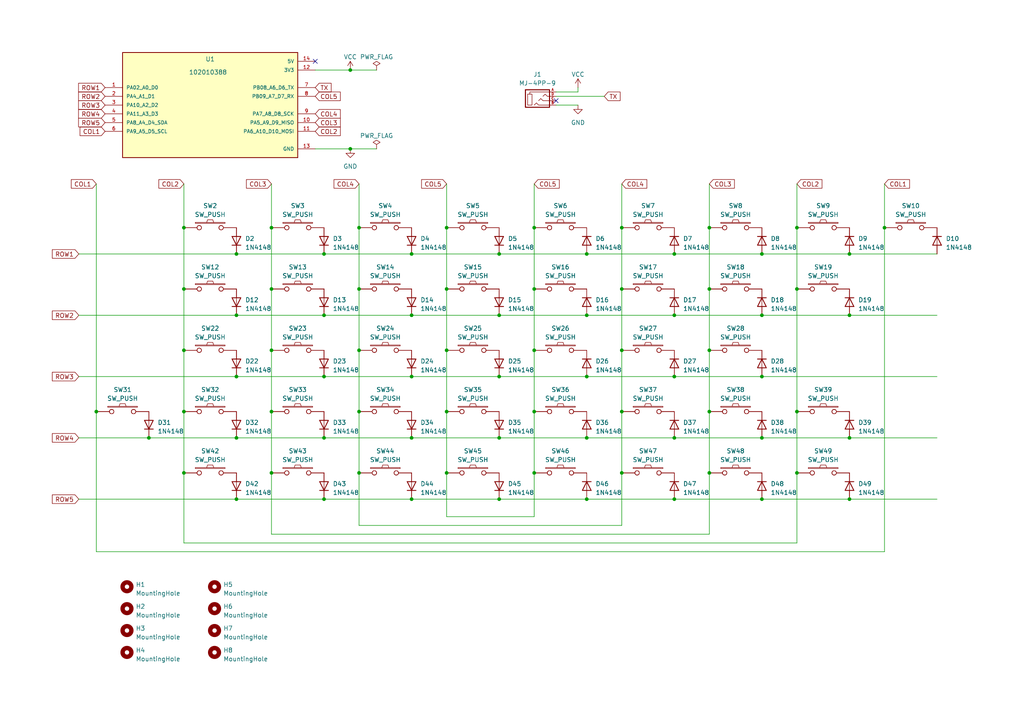
<source format=kicad_sch>
(kicad_sch (version 20230121) (generator eeschema)

  (uuid 6e6ce34d-41d5-494c-8310-abe0616e698b)

  (paper "A4")

  (lib_symbols
    (symbol "Diode:1N4148" (pin_numbers hide) (pin_names hide) (in_bom yes) (on_board yes)
      (property "Reference" "D" (at 0 2.54 0)
        (effects (font (size 1.27 1.27)))
      )
      (property "Value" "1N4148" (at 0 -2.54 0)
        (effects (font (size 1.27 1.27)))
      )
      (property "Footprint" "Diode_THT:D_DO-35_SOD27_P7.62mm_Horizontal" (at 0 0 0)
        (effects (font (size 1.27 1.27)) hide)
      )
      (property "Datasheet" "https://assets.nexperia.com/documents/data-sheet/1N4148_1N4448.pdf" (at 0 0 0)
        (effects (font (size 1.27 1.27)) hide)
      )
      (property "Sim.Device" "D" (at 0 0 0)
        (effects (font (size 1.27 1.27)) hide)
      )
      (property "Sim.Pins" "1=K 2=A" (at 0 0 0)
        (effects (font (size 1.27 1.27)) hide)
      )
      (property "ki_keywords" "diode" (at 0 0 0)
        (effects (font (size 1.27 1.27)) hide)
      )
      (property "ki_description" "100V 0.15A standard switching diode, DO-35" (at 0 0 0)
        (effects (font (size 1.27 1.27)) hide)
      )
      (property "ki_fp_filters" "D*DO?35*" (at 0 0 0)
        (effects (font (size 1.27 1.27)) hide)
      )
      (symbol "1N4148_0_1"
        (polyline
          (pts
            (xy -1.27 1.27)
            (xy -1.27 -1.27)
          )
          (stroke (width 0.254) (type default))
          (fill (type none))
        )
        (polyline
          (pts
            (xy 1.27 0)
            (xy -1.27 0)
          )
          (stroke (width 0) (type default))
          (fill (type none))
        )
        (polyline
          (pts
            (xy 1.27 1.27)
            (xy 1.27 -1.27)
            (xy -1.27 0)
            (xy 1.27 1.27)
          )
          (stroke (width 0.254) (type default))
          (fill (type none))
        )
      )
      (symbol "1N4148_1_1"
        (pin passive line (at -3.81 0 0) (length 2.54)
          (name "K" (effects (font (size 1.27 1.27))))
          (number "1" (effects (font (size 1.27 1.27))))
        )
        (pin passive line (at 3.81 0 180) (length 2.54)
          (name "A" (effects (font (size 1.27 1.27))))
          (number "2" (effects (font (size 1.27 1.27))))
        )
      )
    )
    (symbol "Mechanical:MountingHole" (pin_names (offset 1.016)) (in_bom yes) (on_board yes)
      (property "Reference" "H" (at 0 5.08 0)
        (effects (font (size 1.27 1.27)))
      )
      (property "Value" "MountingHole" (at 0 3.175 0)
        (effects (font (size 1.27 1.27)))
      )
      (property "Footprint" "" (at 0 0 0)
        (effects (font (size 1.27 1.27)) hide)
      )
      (property "Datasheet" "~" (at 0 0 0)
        (effects (font (size 1.27 1.27)) hide)
      )
      (property "ki_keywords" "mounting hole" (at 0 0 0)
        (effects (font (size 1.27 1.27)) hide)
      )
      (property "ki_description" "Mounting Hole without connection" (at 0 0 0)
        (effects (font (size 1.27 1.27)) hide)
      )
      (property "ki_fp_filters" "MountingHole*" (at 0 0 0)
        (effects (font (size 1.27 1.27)) hide)
      )
      (symbol "MountingHole_0_1"
        (circle (center 0 0) (radius 1.27)
          (stroke (width 1.27) (type default))
          (fill (type none))
        )
      )
    )
    (symbol "foostan/kbd:MJ-4PP-9" (pin_names (offset 1.016)) (in_bom yes) (on_board yes)
      (property "Reference" "J" (at 0 3.81 0)
        (effects (font (size 1.27 1.27)))
      )
      (property "Value" "MJ-4PP-9" (at 0 -3.81 0)
        (effects (font (size 1.27 1.27)))
      )
      (property "Footprint" "" (at 6.985 4.445 0)
        (effects (font (size 1.27 1.27)) hide)
      )
      (property "Datasheet" "~" (at 6.985 4.445 0)
        (effects (font (size 1.27 1.27)) hide)
      )
      (property "ki_keywords" "audio jack receptable stereo headphones TRRS connector" (at 0 0 0)
        (effects (font (size 1.27 1.27)) hide)
      )
      (property "ki_description" "4-pin (audio) jack receptable (stereo + 4th pin/TRRS connector), compatible with PJ320A" (at 0 0 0)
        (effects (font (size 1.27 1.27)) hide)
      )
      (symbol "MJ-4PP-9_0_1"
        (rectangle (start -1.905 -1.905) (end -3.175 1.27)
          (stroke (width 0) (type solid))
          (fill (type none))
        )
        (polyline
          (pts
            (xy -2.54 1.27)
            (xy -2.54 1.905)
            (xy 3.175 1.905)
          )
          (stroke (width 0) (type solid))
          (fill (type none))
        )
        (polyline
          (pts
            (xy -1.27 -1.905)
            (xy -0.635 -1.27)
            (xy 0 -1.905)
            (xy 3.175 -1.905)
          )
          (stroke (width 0) (type solid))
          (fill (type none))
        )
        (polyline
          (pts
            (xy 0 -0.635)
            (xy 0.635 0)
            (xy 1.27 -0.635)
            (xy 3.175 -0.635)
          )
          (stroke (width 0) (type solid))
          (fill (type none))
        )
        (polyline
          (pts
            (xy 1.27 0.635)
            (xy 1.905 1.27)
            (xy 2.54 0.635)
            (xy 3.175 0.635)
          )
          (stroke (width 0) (type solid))
          (fill (type none))
        )
        (rectangle (start 3.175 2.54) (end -3.81 -2.54)
          (stroke (width 0.3048) (type solid))
          (fill (type none))
        )
      )
      (symbol "MJ-4PP-9_1_1"
        (pin input line (at 5.08 1.905 180) (length 2.0066)
          (name "~" (effects (font (size 0.508 0.508))))
          (number "A" (effects (font (size 0.7112 0.7112))))
        )
        (pin input line (at 5.08 -1.905 180) (length 2.0066)
          (name "~" (effects (font (size 0.508 0.508))))
          (number "B" (effects (font (size 0.7112 0.7112))))
        )
        (pin input line (at 5.08 -0.635 180) (length 2.0066)
          (name "~" (effects (font (size 0.508 0.508))))
          (number "C" (effects (font (size 0.7112 0.7112))))
        )
        (pin input line (at 5.08 0.635 180) (length 2.0066)
          (name "~" (effects (font (size 0.508 0.508))))
          (number "D" (effects (font (size 0.7112 0.7112))))
        )
      )
    )
    (symbol "foostan/kbd:SW_PUSH" (pin_numbers hide) (pin_names (offset 1.016) hide) (in_bom yes) (on_board yes)
      (property "Reference" "SW" (at 3.81 2.794 0)
        (effects (font (size 1.27 1.27)))
      )
      (property "Value" "SW_PUSH" (at 0 -2.032 0)
        (effects (font (size 1.27 1.27)))
      )
      (property "Footprint" "" (at 0 0 0)
        (effects (font (size 1.27 1.27)))
      )
      (property "Datasheet" "" (at 0 0 0)
        (effects (font (size 1.27 1.27)))
      )
      (symbol "SW_PUSH_0_1"
        (rectangle (start -4.318 1.27) (end 4.318 1.524)
          (stroke (width 0) (type solid))
          (fill (type none))
        )
        (polyline
          (pts
            (xy -1.016 1.524)
            (xy -0.762 2.286)
            (xy 0.762 2.286)
            (xy 1.016 1.524)
          )
          (stroke (width 0) (type solid))
          (fill (type none))
        )
        (pin passive inverted (at -7.62 0 0) (length 5.08)
          (name "1" (effects (font (size 1.27 1.27))))
          (number "1" (effects (font (size 1.27 1.27))))
        )
        (pin passive inverted (at 7.62 0 180) (length 5.08)
          (name "2" (effects (font (size 1.27 1.27))))
          (number "2" (effects (font (size 1.27 1.27))))
        )
      )
    )
    (symbol "power:GND" (power) (pin_names (offset 0)) (in_bom yes) (on_board yes)
      (property "Reference" "#PWR" (at 0 -6.35 0)
        (effects (font (size 1.27 1.27)) hide)
      )
      (property "Value" "GND" (at 0 -3.81 0)
        (effects (font (size 1.27 1.27)))
      )
      (property "Footprint" "" (at 0 0 0)
        (effects (font (size 1.27 1.27)) hide)
      )
      (property "Datasheet" "" (at 0 0 0)
        (effects (font (size 1.27 1.27)) hide)
      )
      (property "ki_keywords" "global power" (at 0 0 0)
        (effects (font (size 1.27 1.27)) hide)
      )
      (property "ki_description" "Power symbol creates a global label with name \"GND\" , ground" (at 0 0 0)
        (effects (font (size 1.27 1.27)) hide)
      )
      (symbol "GND_0_1"
        (polyline
          (pts
            (xy 0 0)
            (xy 0 -1.27)
            (xy 1.27 -1.27)
            (xy 0 -2.54)
            (xy -1.27 -1.27)
            (xy 0 -1.27)
          )
          (stroke (width 0) (type default))
          (fill (type none))
        )
      )
      (symbol "GND_1_1"
        (pin power_in line (at 0 0 270) (length 0) hide
          (name "GND" (effects (font (size 1.27 1.27))))
          (number "1" (effects (font (size 1.27 1.27))))
        )
      )
    )
    (symbol "power:PWR_FLAG" (power) (pin_numbers hide) (pin_names (offset 0) hide) (in_bom yes) (on_board yes)
      (property "Reference" "#FLG" (at 0 1.905 0)
        (effects (font (size 1.27 1.27)) hide)
      )
      (property "Value" "PWR_FLAG" (at 0 3.81 0)
        (effects (font (size 1.27 1.27)))
      )
      (property "Footprint" "" (at 0 0 0)
        (effects (font (size 1.27 1.27)) hide)
      )
      (property "Datasheet" "~" (at 0 0 0)
        (effects (font (size 1.27 1.27)) hide)
      )
      (property "ki_keywords" "flag power" (at 0 0 0)
        (effects (font (size 1.27 1.27)) hide)
      )
      (property "ki_description" "Special symbol for telling ERC where power comes from" (at 0 0 0)
        (effects (font (size 1.27 1.27)) hide)
      )
      (symbol "PWR_FLAG_0_0"
        (pin power_out line (at 0 0 90) (length 0)
          (name "pwr" (effects (font (size 1.27 1.27))))
          (number "1" (effects (font (size 1.27 1.27))))
        )
      )
      (symbol "PWR_FLAG_0_1"
        (polyline
          (pts
            (xy 0 0)
            (xy 0 1.27)
            (xy -1.016 1.905)
            (xy 0 2.54)
            (xy 1.016 1.905)
            (xy 0 1.27)
          )
          (stroke (width 0) (type default))
          (fill (type none))
        )
      )
    )
    (symbol "power:VCC" (power) (pin_names (offset 0)) (in_bom yes) (on_board yes)
      (property "Reference" "#PWR" (at 0 -3.81 0)
        (effects (font (size 1.27 1.27)) hide)
      )
      (property "Value" "VCC" (at 0 3.81 0)
        (effects (font (size 1.27 1.27)))
      )
      (property "Footprint" "" (at 0 0 0)
        (effects (font (size 1.27 1.27)) hide)
      )
      (property "Datasheet" "" (at 0 0 0)
        (effects (font (size 1.27 1.27)) hide)
      )
      (property "ki_keywords" "global power" (at 0 0 0)
        (effects (font (size 1.27 1.27)) hide)
      )
      (property "ki_description" "Power symbol creates a global label with name \"VCC\"" (at 0 0 0)
        (effects (font (size 1.27 1.27)) hide)
      )
      (symbol "VCC_0_1"
        (polyline
          (pts
            (xy -0.762 1.27)
            (xy 0 2.54)
          )
          (stroke (width 0) (type default))
          (fill (type none))
        )
        (polyline
          (pts
            (xy 0 0)
            (xy 0 2.54)
          )
          (stroke (width 0) (type default))
          (fill (type none))
        )
        (polyline
          (pts
            (xy 0 2.54)
            (xy 0.762 1.27)
          )
          (stroke (width 0) (type default))
          (fill (type none))
        )
      )
      (symbol "VCC_1_1"
        (pin power_in line (at 0 0 90) (length 0) hide
          (name "VCC" (effects (font (size 1.27 1.27))))
          (number "1" (effects (font (size 1.27 1.27))))
        )
      )
    )
    (symbol "snapeda/xiao:102010388" (pin_names (offset 1.016)) (in_bom yes) (on_board yes)
      (property "Reference" "U" (at -25.4 16.002 0)
        (effects (font (size 1.27 1.27)) (justify left bottom))
      )
      (property "Value" "102010388" (at -25.4 -17.78 0)
        (effects (font (size 1.27 1.27)) (justify left bottom))
      )
      (property "Footprint" "MODULE_102010388" (at 0 0 0)
        (effects (font (size 1.27 1.27)) (justify bottom) hide)
      )
      (property "Datasheet" "" (at 0 0 0)
        (effects (font (size 1.27 1.27)) hide)
      )
      (property "PARTREV" "N/A" (at 0 0 0)
        (effects (font (size 1.27 1.27)) (justify bottom) hide)
      )
      (property "STANDARD" "Manufacturer Recommendations" (at 0 0 0)
        (effects (font (size 1.27 1.27)) (justify bottom) hide)
      )
      (property "MANUFACTURER" "Seeed Technology" (at 0 0 0)
        (effects (font (size 1.27 1.27)) (justify bottom) hide)
      )
      (property "MAXIMUM_PACKAGE_HEIGHT" "N/A" (at 0 0 0)
        (effects (font (size 1.27 1.27)) (justify bottom) hide)
      )
      (property "SNAPEDA_PN" "102010388" (at 0 0 0)
        (effects (font (size 1.27 1.27)) (justify bottom) hide)
      )
      (symbol "102010388_0_0"
        (rectangle (start -25.4 -15.24) (end 25.4 15.24)
          (stroke (width 0.254) (type default))
          (fill (type background))
        )
        (pin bidirectional line (at -30.48 5.08 0) (length 5.08)
          (name "PA02_A0_D0" (effects (font (size 1.016 1.016))))
          (number "1" (effects (font (size 1.016 1.016))))
        )
        (pin bidirectional line (at 30.48 -5.08 180) (length 5.08)
          (name "PA5_A9_D9_MISO" (effects (font (size 1.016 1.016))))
          (number "10" (effects (font (size 1.016 1.016))))
        )
        (pin bidirectional line (at 30.48 -7.62 180) (length 5.08)
          (name "PA6_A10_D10_MOSI" (effects (font (size 1.016 1.016))))
          (number "11" (effects (font (size 1.016 1.016))))
        )
        (pin power_in line (at 30.48 10.16 180) (length 5.08)
          (name "3V3" (effects (font (size 1.016 1.016))))
          (number "12" (effects (font (size 1.016 1.016))))
        )
        (pin power_in line (at 30.48 -12.7 180) (length 5.08)
          (name "GND" (effects (font (size 1.016 1.016))))
          (number "13" (effects (font (size 1.016 1.016))))
        )
        (pin power_in line (at 30.48 12.7 180) (length 5.08)
          (name "5V" (effects (font (size 1.016 1.016))))
          (number "14" (effects (font (size 1.016 1.016))))
        )
        (pin bidirectional line (at -30.48 2.54 0) (length 5.08)
          (name "PA4_A1_D1" (effects (font (size 1.016 1.016))))
          (number "2" (effects (font (size 1.016 1.016))))
        )
        (pin bidirectional line (at -30.48 0 0) (length 5.08)
          (name "PA10_A2_D2" (effects (font (size 1.016 1.016))))
          (number "3" (effects (font (size 1.016 1.016))))
        )
        (pin bidirectional line (at -30.48 -2.54 0) (length 5.08)
          (name "PA11_A3_D3" (effects (font (size 1.016 1.016))))
          (number "4" (effects (font (size 1.016 1.016))))
        )
        (pin bidirectional line (at -30.48 -5.08 0) (length 5.08)
          (name "PA8_A4_D4_SDA" (effects (font (size 1.016 1.016))))
          (number "5" (effects (font (size 1.016 1.016))))
        )
        (pin bidirectional line (at -30.48 -7.62 0) (length 5.08)
          (name "PA9_A5_D5_SCL" (effects (font (size 1.016 1.016))))
          (number "6" (effects (font (size 1.016 1.016))))
        )
        (pin bidirectional line (at 30.48 5.08 180) (length 5.08)
          (name "PB08_A6_D6_TX" (effects (font (size 1.016 1.016))))
          (number "7" (effects (font (size 1.016 1.016))))
        )
        (pin bidirectional line (at 30.48 2.54 180) (length 5.08)
          (name "PB09_A7_D7_RX" (effects (font (size 1.016 1.016))))
          (number "8" (effects (font (size 1.016 1.016))))
        )
        (pin bidirectional line (at 30.48 -2.54 180) (length 5.08)
          (name "PA7_A8_D8_SCK" (effects (font (size 1.016 1.016))))
          (number "9" (effects (font (size 1.016 1.016))))
        )
      )
    )
  )

  (junction (at 93.98 73.66) (diameter 0) (color 0 0 0 0)
    (uuid 0174f11d-1e98-4f71-bd42-984ad24981d2)
  )
  (junction (at 154.94 137.16) (diameter 0) (color 0 0 0 0)
    (uuid 026d39ae-4ce8-4069-ab5f-a01c8a95495e)
  )
  (junction (at 93.98 109.22) (diameter 0) (color 0 0 0 0)
    (uuid 07f28664-a934-4f64-a459-6e136d55165a)
  )
  (junction (at 246.38 127) (diameter 0) (color 0 0 0 0)
    (uuid 0806e556-9aaa-42c5-b150-676adeb91f78)
  )
  (junction (at 180.34 137.16) (diameter 0) (color 0 0 0 0)
    (uuid 09a91a80-6c50-4a6a-b4bd-7fe2dc31da69)
  )
  (junction (at 68.58 73.66) (diameter 0) (color 0 0 0 0)
    (uuid 0fbd8a8f-20b4-4a3d-b326-f19fbd6588ff)
  )
  (junction (at 68.58 109.22) (diameter 0) (color 0 0 0 0)
    (uuid 1243c05c-879a-4b46-bdb6-a5af147a8a6d)
  )
  (junction (at 101.6 43.18) (diameter 0) (color 0 0 0 0)
    (uuid 14c0dc6c-caca-4119-af6f-a7d020d4b717)
  )
  (junction (at 144.78 91.44) (diameter 0) (color 0 0 0 0)
    (uuid 1873c42b-7917-4d9e-bb8b-16e9b0674bc3)
  )
  (junction (at 231.14 137.16) (diameter 0) (color 0 0 0 0)
    (uuid 1a96f753-e9cd-45b6-b32a-05f3871fd412)
  )
  (junction (at 104.14 137.16) (diameter 0) (color 0 0 0 0)
    (uuid 25de77d5-f0e4-4d55-9d5c-1a5962221b30)
  )
  (junction (at 93.98 144.78) (diameter 0) (color 0 0 0 0)
    (uuid 28b41db0-9660-4c14-a29a-0a3d6db002ad)
  )
  (junction (at 205.74 66.04) (diameter 0) (color 0 0 0 0)
    (uuid 29f4bc0a-7a00-45c5-a45f-fae074b896e4)
  )
  (junction (at 231.14 66.04) (diameter 0) (color 0 0 0 0)
    (uuid 2e32d4ba-24dd-4d8a-ade3-082f955b9f4d)
  )
  (junction (at 246.38 91.44) (diameter 0) (color 0 0 0 0)
    (uuid 30bc39a5-577a-40e2-a0b1-af5af8fdf5ed)
  )
  (junction (at 129.54 101.6) (diameter 0) (color 0 0 0 0)
    (uuid 36727f0e-c9fd-4fd3-a08a-a5416f48eb53)
  )
  (junction (at 231.14 119.38) (diameter 0) (color 0 0 0 0)
    (uuid 36e22a3d-689e-4c23-b091-c9fe69bfebfe)
  )
  (junction (at 154.94 66.04) (diameter 0) (color 0 0 0 0)
    (uuid 3732dba4-2825-4acf-998b-8696ee6b874f)
  )
  (junction (at 180.34 119.38) (diameter 0) (color 0 0 0 0)
    (uuid 3878d10b-7d3b-40dc-bd97-b7d8502b8a17)
  )
  (junction (at 27.94 119.38) (diameter 0) (color 0 0 0 0)
    (uuid 3ba2115f-51c8-4f31-942a-5945dc8f8404)
  )
  (junction (at 78.74 137.16) (diameter 0) (color 0 0 0 0)
    (uuid 3d8b69c6-63ba-40e7-b4b5-c38189f1b663)
  )
  (junction (at 68.58 144.78) (diameter 0) (color 0 0 0 0)
    (uuid 3f7fb658-fe85-4c69-b48b-0a5f17869938)
  )
  (junction (at 180.34 101.6) (diameter 0) (color 0 0 0 0)
    (uuid 458c9ae8-56cb-4e42-93b4-986dfcffafed)
  )
  (junction (at 154.94 101.6) (diameter 0) (color 0 0 0 0)
    (uuid 461b113d-0c53-4d6f-8307-abf575f4bd69)
  )
  (junction (at 78.74 119.38) (diameter 0) (color 0 0 0 0)
    (uuid 46b7ec82-43fc-4c60-9466-6d2f51a001de)
  )
  (junction (at 170.18 91.44) (diameter 0) (color 0 0 0 0)
    (uuid 47405daf-8592-4430-9266-30a8316507c7)
  )
  (junction (at 53.34 83.82) (diameter 0) (color 0 0 0 0)
    (uuid 4b385de6-1cb1-4c65-8576-0753ea4587a1)
  )
  (junction (at 170.18 73.66) (diameter 0) (color 0 0 0 0)
    (uuid 50eef99e-9c7b-4909-87c2-ba6a1de5fe76)
  )
  (junction (at 129.54 83.82) (diameter 0) (color 0 0 0 0)
    (uuid 54d38600-f0df-4ab3-976c-7d58550d922d)
  )
  (junction (at 129.54 137.16) (diameter 0) (color 0 0 0 0)
    (uuid 58426cb8-99a7-4b3f-94b3-afae912a79ca)
  )
  (junction (at 101.6 20.32) (diameter 0) (color 0 0 0 0)
    (uuid 5e3191b5-6c47-4293-aa6b-801103fd4154)
  )
  (junction (at 144.78 144.78) (diameter 0) (color 0 0 0 0)
    (uuid 5fed22b5-93c3-4d42-9cb8-6c7427da77f2)
  )
  (junction (at 205.74 137.16) (diameter 0) (color 0 0 0 0)
    (uuid 60da3d6d-b697-4d0b-88fd-8e010fea5830)
  )
  (junction (at 220.98 109.22) (diameter 0) (color 0 0 0 0)
    (uuid 6421eccc-588c-4afb-a463-b621a4c6978e)
  )
  (junction (at 53.34 119.38) (diameter 0) (color 0 0 0 0)
    (uuid 6df8405b-d0cd-4197-9698-6456d43c0454)
  )
  (junction (at 205.74 119.38) (diameter 0) (color 0 0 0 0)
    (uuid 711eb275-0b52-4f3d-a5c7-69ae9c34a9db)
  )
  (junction (at 220.98 144.78) (diameter 0) (color 0 0 0 0)
    (uuid 73fcb2d0-70d1-482d-b937-974c902b9640)
  )
  (junction (at 144.78 73.66) (diameter 0) (color 0 0 0 0)
    (uuid 74fd9fd1-c45b-4137-8984-d948ebae8968)
  )
  (junction (at 53.34 137.16) (diameter 0) (color 0 0 0 0)
    (uuid 7620e33d-f870-4d5a-80d5-a91d23bea73e)
  )
  (junction (at 53.34 101.6) (diameter 0) (color 0 0 0 0)
    (uuid 787ae2cc-4778-470f-8254-1ea2e3c6a207)
  )
  (junction (at 68.58 91.44) (diameter 0) (color 0 0 0 0)
    (uuid 7a4abc6c-72d4-432d-b6ce-e30d1d601cbb)
  )
  (junction (at 195.58 91.44) (diameter 0) (color 0 0 0 0)
    (uuid 801695ef-58fc-40da-9cc7-a1f8852375ba)
  )
  (junction (at 231.14 83.82) (diameter 0) (color 0 0 0 0)
    (uuid 855f6988-f6f8-4f22-9485-1399f457288d)
  )
  (junction (at 104.14 119.38) (diameter 0) (color 0 0 0 0)
    (uuid 885a2977-1403-4899-86f2-e9bd78d69cf9)
  )
  (junction (at 68.58 127) (diameter 0) (color 0 0 0 0)
    (uuid 8f113bb5-6f82-4a6f-903a-52f1cdaf9170)
  )
  (junction (at 104.14 101.6) (diameter 0) (color 0 0 0 0)
    (uuid 9808bf61-6d79-441a-878a-539a0a2ef9a2)
  )
  (junction (at 180.34 66.04) (diameter 0) (color 0 0 0 0)
    (uuid 98dbeeb6-c7b1-472c-ab45-c73e8b7cd61d)
  )
  (junction (at 220.98 91.44) (diameter 0) (color 0 0 0 0)
    (uuid a23073ee-8210-4a0a-8414-fd7608c1d89c)
  )
  (junction (at 144.78 127) (diameter 0) (color 0 0 0 0)
    (uuid a251334d-7d47-4740-a509-0179c376e15f)
  )
  (junction (at 195.58 109.22) (diameter 0) (color 0 0 0 0)
    (uuid a4a40ee9-165d-407b-a016-ddba8249407c)
  )
  (junction (at 129.54 119.38) (diameter 0) (color 0 0 0 0)
    (uuid a504d6c5-2d7b-454b-a966-195ca4c55f25)
  )
  (junction (at 256.54 66.04) (diameter 0) (color 0 0 0 0)
    (uuid af5846d5-8e44-4d4c-845f-f71a5ebf9928)
  )
  (junction (at 170.18 144.78) (diameter 0) (color 0 0 0 0)
    (uuid b987a114-aee5-4e54-a7f6-59abebb72ef6)
  )
  (junction (at 119.38 144.78) (diameter 0) (color 0 0 0 0)
    (uuid bb90a230-73ab-45e8-b71a-de3b88ab6869)
  )
  (junction (at 220.98 73.66) (diameter 0) (color 0 0 0 0)
    (uuid bbbc6e04-dd81-4a4c-b2ad-b2d8ee2c61cb)
  )
  (junction (at 93.98 127) (diameter 0) (color 0 0 0 0)
    (uuid c27b84e1-e41e-45ef-81ea-f6b7524ce13b)
  )
  (junction (at 119.38 127) (diameter 0) (color 0 0 0 0)
    (uuid c285f557-a93a-41ca-b642-401527b7d1f8)
  )
  (junction (at 78.74 101.6) (diameter 0) (color 0 0 0 0)
    (uuid c3776ebb-ac97-447d-bad7-2f8f7c7a8e48)
  )
  (junction (at 78.74 83.82) (diameter 0) (color 0 0 0 0)
    (uuid c54e889d-c91a-45b0-84b5-07eff8e4dc4f)
  )
  (junction (at 154.94 83.82) (diameter 0) (color 0 0 0 0)
    (uuid ca51c2ce-3d40-4013-8c67-b012b2994a46)
  )
  (junction (at 246.38 144.78) (diameter 0) (color 0 0 0 0)
    (uuid cc5db68e-f7e9-42a8-8fdc-4c44efb28353)
  )
  (junction (at 104.14 83.82) (diameter 0) (color 0 0 0 0)
    (uuid ce1f531a-cba9-4a54-8c63-5b337f178481)
  )
  (junction (at 195.58 127) (diameter 0) (color 0 0 0 0)
    (uuid cf6c3802-ecb2-4123-b3cb-84ee887f93ad)
  )
  (junction (at 129.54 66.04) (diameter 0) (color 0 0 0 0)
    (uuid d3d16e0e-7a7f-40b6-a982-6cd52ed1d696)
  )
  (junction (at 104.14 66.04) (diameter 0) (color 0 0 0 0)
    (uuid dad3dbe8-c696-4a6e-9159-684331262549)
  )
  (junction (at 195.58 73.66) (diameter 0) (color 0 0 0 0)
    (uuid daef5571-8c28-444d-b341-e3ac961c2fa6)
  )
  (junction (at 246.38 73.66) (diameter 0) (color 0 0 0 0)
    (uuid dcafc751-7d79-4b49-a06b-a854544cd106)
  )
  (junction (at 205.74 101.6) (diameter 0) (color 0 0 0 0)
    (uuid dd7e078e-2c07-4c2d-8252-df205b0fb9a1)
  )
  (junction (at 78.74 66.04) (diameter 0) (color 0 0 0 0)
    (uuid dec0c53e-ed6c-4983-a95e-24a1ee7e84e6)
  )
  (junction (at 119.38 109.22) (diameter 0) (color 0 0 0 0)
    (uuid deeea12b-6184-4bab-a4d6-ff564d4be947)
  )
  (junction (at 93.98 91.44) (diameter 0) (color 0 0 0 0)
    (uuid e025a64c-860c-4dad-956b-8808f021b71d)
  )
  (junction (at 144.78 109.22) (diameter 0) (color 0 0 0 0)
    (uuid e20acf42-c1b0-4ed6-9cfe-d50bd955dff9)
  )
  (junction (at 53.34 66.04) (diameter 0) (color 0 0 0 0)
    (uuid e4c8087b-94d8-421b-8b39-1009255c2f3d)
  )
  (junction (at 170.18 109.22) (diameter 0) (color 0 0 0 0)
    (uuid e546a6f6-b6ba-489f-a649-e9db0097360c)
  )
  (junction (at 170.18 127) (diameter 0) (color 0 0 0 0)
    (uuid e7cfddf6-49d7-4561-8024-3cc31a9466df)
  )
  (junction (at 195.58 144.78) (diameter 0) (color 0 0 0 0)
    (uuid ebd24e90-014c-4830-a6f5-f0e0e89a8c70)
  )
  (junction (at 205.74 83.82) (diameter 0) (color 0 0 0 0)
    (uuid ef46aaf4-9658-4017-a71a-702c55cb140f)
  )
  (junction (at 154.94 119.38) (diameter 0) (color 0 0 0 0)
    (uuid f056d19e-61ce-4cf5-af08-df7281d45203)
  )
  (junction (at 119.38 91.44) (diameter 0) (color 0 0 0 0)
    (uuid f220b6a2-cb55-45aa-8379-361335d87a14)
  )
  (junction (at 43.18 127) (diameter 0) (color 0 0 0 0)
    (uuid f39fe29a-af7f-4134-9f47-d5d03c85b1ff)
  )
  (junction (at 119.38 73.66) (diameter 0) (color 0 0 0 0)
    (uuid f466b32d-1b3c-427f-ad52-92c8e578af7f)
  )
  (junction (at 220.98 127) (diameter 0) (color 0 0 0 0)
    (uuid f484e2d1-1d49-4cfe-9ed6-c3bf4268c1a7)
  )
  (junction (at 180.34 83.82) (diameter 0) (color 0 0 0 0)
    (uuid fe714b64-0bfe-4640-88fa-d740fd3e7531)
  )

  (no_connect (at 91.44 17.78) (uuid 8a90983d-c14c-48b8-ac66-e3cf10d8ad08))
  (no_connect (at 161.29 29.21) (uuid f3bfa8b3-7a53-4160-b6b3-92ab8f127436))

  (wire (pts (xy 246.38 73.66) (xy 271.78 73.66))
    (stroke (width 0) (type default))
    (uuid 01a266b3-333b-4827-9c33-405d85ecd781)
  )
  (wire (pts (xy 154.94 101.6) (xy 154.94 83.82))
    (stroke (width 0) (type default))
    (uuid 02e3739c-05df-4b73-b3c2-d249cfdd9183)
  )
  (wire (pts (xy 78.74 83.82) (xy 78.74 101.6))
    (stroke (width 0) (type default))
    (uuid 03128a7c-66db-4278-a934-f050e333e42e)
  )
  (wire (pts (xy 195.58 73.66) (xy 220.98 73.66))
    (stroke (width 0) (type default))
    (uuid 03233f18-f00f-4459-920d-7a17fba9f45c)
  )
  (wire (pts (xy 104.14 83.82) (xy 104.14 101.6))
    (stroke (width 0) (type default))
    (uuid 07c4ddba-462d-482f-b7d6-5ca233064224)
  )
  (wire (pts (xy 231.14 137.16) (xy 231.14 119.38))
    (stroke (width 0) (type default))
    (uuid 0924efc7-98d8-452e-a119-856041c664db)
  )
  (wire (pts (xy 53.34 101.6) (xy 53.34 119.38))
    (stroke (width 0) (type default))
    (uuid 0a0e7038-9873-4a01-9d44-8f3805f652fb)
  )
  (wire (pts (xy 53.34 157.48) (xy 231.14 157.48))
    (stroke (width 0) (type default))
    (uuid 0c974afc-ae14-4b85-aabe-a038d75e16d8)
  )
  (wire (pts (xy 53.34 83.82) (xy 53.34 101.6))
    (stroke (width 0) (type default))
    (uuid 0e707ed9-7a97-4e09-9af5-38064415b75c)
  )
  (wire (pts (xy 220.98 144.78) (xy 246.38 144.78))
    (stroke (width 0) (type default))
    (uuid 12e2ae75-b876-4180-b2f9-59d911ee3f27)
  )
  (wire (pts (xy 119.38 73.66) (xy 144.78 73.66))
    (stroke (width 0) (type default))
    (uuid 1a2ea4e0-7e02-4fc8-bf16-02bb872fefad)
  )
  (wire (pts (xy 104.14 53.34) (xy 104.14 66.04))
    (stroke (width 0) (type default))
    (uuid 1d15dad5-b0c7-45c9-857b-1abc1a4d5d85)
  )
  (wire (pts (xy 104.14 137.16) (xy 104.14 152.4))
    (stroke (width 0) (type default))
    (uuid 1e7ce422-1d6e-4737-ac52-38bcdf586fa4)
  )
  (wire (pts (xy 220.98 73.66) (xy 246.38 73.66))
    (stroke (width 0) (type default))
    (uuid 2011e94f-348f-46f3-a808-cb136c2ec5cf)
  )
  (wire (pts (xy 231.14 66.04) (xy 231.14 53.34))
    (stroke (width 0) (type default))
    (uuid 205402b5-b2a2-4bc3-94cd-ef5cb79c2fb3)
  )
  (wire (pts (xy 180.34 119.38) (xy 180.34 101.6))
    (stroke (width 0) (type default))
    (uuid 235a8216-e397-4301-b7ec-34bca00ad818)
  )
  (wire (pts (xy 170.18 91.44) (xy 195.58 91.44))
    (stroke (width 0) (type default))
    (uuid 2b7d50e9-90df-46e5-82e4-5d9306fbf6fd)
  )
  (wire (pts (xy 205.74 101.6) (xy 205.74 83.82))
    (stroke (width 0) (type default))
    (uuid 30c560e0-8556-41cd-a6c3-f8badb2499bf)
  )
  (wire (pts (xy 22.86 109.22) (xy 68.58 109.22))
    (stroke (width 0) (type default))
    (uuid 310016f1-bd00-46a7-8496-6529647e0cf7)
  )
  (wire (pts (xy 256.54 66.04) (xy 256.54 53.34))
    (stroke (width 0) (type default))
    (uuid 3102f4f4-2f54-413f-b5f2-e6534f7af45d)
  )
  (wire (pts (xy 144.78 91.44) (xy 170.18 91.44))
    (stroke (width 0) (type default))
    (uuid 323a391e-b905-41a0-be34-b9f57278655d)
  )
  (wire (pts (xy 22.86 91.44) (xy 68.58 91.44))
    (stroke (width 0) (type default))
    (uuid 32e6400b-bf1f-4118-b686-1a1d0d1c4b33)
  )
  (wire (pts (xy 53.34 137.16) (xy 53.34 157.48))
    (stroke (width 0) (type default))
    (uuid 3571220e-a442-4f0c-96b6-18d177fc32f8)
  )
  (wire (pts (xy 220.98 91.44) (xy 246.38 91.44))
    (stroke (width 0) (type default))
    (uuid 372a3796-ce9b-432e-9dc9-d3c7dd93eb6d)
  )
  (wire (pts (xy 53.34 119.38) (xy 53.34 137.16))
    (stroke (width 0) (type default))
    (uuid 3c30c520-9db3-4d01-9da1-913d92e3fdcd)
  )
  (wire (pts (xy 205.74 154.94) (xy 205.74 137.16))
    (stroke (width 0) (type default))
    (uuid 3eae188e-7ca5-458a-ad4e-3826defc25f2)
  )
  (wire (pts (xy 104.14 101.6) (xy 104.14 119.38))
    (stroke (width 0) (type default))
    (uuid 4259fb1b-4a5d-4c2b-bdce-27b9f17e1965)
  )
  (wire (pts (xy 68.58 73.66) (xy 93.98 73.66))
    (stroke (width 0) (type default))
    (uuid 4411a240-5c14-4aab-a3a0-961065fa60b7)
  )
  (wire (pts (xy 93.98 144.78) (xy 119.38 144.78))
    (stroke (width 0) (type default))
    (uuid 45e6b20c-df3b-443b-b5c8-b2d35db3c78f)
  )
  (wire (pts (xy 93.98 73.66) (xy 119.38 73.66))
    (stroke (width 0) (type default))
    (uuid 46f3dbb1-a726-4ba4-84df-38973907503c)
  )
  (wire (pts (xy 27.94 53.34) (xy 27.94 119.38))
    (stroke (width 0) (type default))
    (uuid 4946f05e-932c-4225-a6f8-02e0de5b5329)
  )
  (wire (pts (xy 129.54 119.38) (xy 129.54 137.16))
    (stroke (width 0) (type default))
    (uuid 4cd22cad-214a-4b59-bbcf-c129dd62fbb4)
  )
  (wire (pts (xy 91.44 43.18) (xy 101.6 43.18))
    (stroke (width 0) (type default))
    (uuid 52048167-28e4-45b5-88b3-e4b5bf2af483)
  )
  (wire (pts (xy 180.34 101.6) (xy 180.34 83.82))
    (stroke (width 0) (type default))
    (uuid 53dcc9c4-cd78-4201-9759-d33d85c5cd3c)
  )
  (wire (pts (xy 180.34 152.4) (xy 180.34 137.16))
    (stroke (width 0) (type default))
    (uuid 548562be-ffda-462b-a7df-e5ff5ddb8a5d)
  )
  (wire (pts (xy 93.98 127) (xy 119.38 127))
    (stroke (width 0) (type default))
    (uuid 54e7e5be-3f50-47ae-aa13-6a694fb2879b)
  )
  (wire (pts (xy 205.74 119.38) (xy 205.74 101.6))
    (stroke (width 0) (type default))
    (uuid 60ce851c-d1da-43b9-8988-219bcc080167)
  )
  (wire (pts (xy 53.34 53.34) (xy 53.34 66.04))
    (stroke (width 0) (type default))
    (uuid 6197046d-2484-45f7-9727-8abef1671733)
  )
  (wire (pts (xy 129.54 137.16) (xy 129.54 149.86))
    (stroke (width 0) (type default))
    (uuid 627f1b16-8e74-49e5-8f85-1b8aaa0e51bc)
  )
  (wire (pts (xy 144.78 73.66) (xy 170.18 73.66))
    (stroke (width 0) (type default))
    (uuid 65698efa-d5bc-4001-944d-2fc52867fb52)
  )
  (wire (pts (xy 205.74 66.04) (xy 205.74 53.34))
    (stroke (width 0) (type default))
    (uuid 677f6e51-24e9-4053-910a-f10236b16148)
  )
  (wire (pts (xy 195.58 127) (xy 220.98 127))
    (stroke (width 0) (type default))
    (uuid 67c678b2-795c-4acd-93e7-a10917ca9912)
  )
  (wire (pts (xy 161.29 30.48) (xy 167.64 30.48))
    (stroke (width 0) (type default))
    (uuid 694e874f-0769-43d9-8f33-229b6b0d6614)
  )
  (wire (pts (xy 144.78 109.22) (xy 170.18 109.22))
    (stroke (width 0) (type default))
    (uuid 6df38857-dd5d-4de8-af5f-46e0f0efd7f6)
  )
  (wire (pts (xy 91.44 20.32) (xy 101.6 20.32))
    (stroke (width 0) (type default))
    (uuid 6ffdc758-38ee-4bad-a33f-aed9e9ba460f)
  )
  (wire (pts (xy 104.14 119.38) (xy 104.14 137.16))
    (stroke (width 0) (type default))
    (uuid 72efe3ce-afa7-4b8f-b614-b6c0e6ed5bf3)
  )
  (wire (pts (xy 129.54 101.6) (xy 129.54 119.38))
    (stroke (width 0) (type default))
    (uuid 737c4ee3-c1de-4ae9-8939-e7e8c832dd1e)
  )
  (wire (pts (xy 205.74 83.82) (xy 205.74 66.04))
    (stroke (width 0) (type default))
    (uuid 74c46245-3bed-426a-a56a-b2955e9d5cef)
  )
  (wire (pts (xy 231.14 157.48) (xy 231.14 137.16))
    (stroke (width 0) (type default))
    (uuid 765fb55d-f8b9-44d8-ae33-fabdf2304b05)
  )
  (wire (pts (xy 68.58 144.78) (xy 93.98 144.78))
    (stroke (width 0) (type default))
    (uuid 7685812a-d92a-459e-8ab5-f1864de68ba1)
  )
  (wire (pts (xy 129.54 149.86) (xy 154.94 149.86))
    (stroke (width 0) (type default))
    (uuid 7b11c5fc-aa34-4808-9a89-19eb2e838fa6)
  )
  (wire (pts (xy 53.34 66.04) (xy 53.34 83.82))
    (stroke (width 0) (type default))
    (uuid 7c7afa1f-559c-4010-ae7e-c27a6c8dfd2f)
  )
  (wire (pts (xy 246.38 91.44) (xy 271.78 91.44))
    (stroke (width 0) (type default))
    (uuid 7dc6fbe0-587c-4797-bd5c-c33ea81d68c4)
  )
  (wire (pts (xy 129.54 66.04) (xy 129.54 83.82))
    (stroke (width 0) (type default))
    (uuid 83f7a3aa-3903-4320-90f3-abe64ff16585)
  )
  (wire (pts (xy 27.94 119.38) (xy 27.94 160.02))
    (stroke (width 0) (type default))
    (uuid 8674bc09-cd97-446e-b148-359f4cae541c)
  )
  (wire (pts (xy 43.18 127) (xy 68.58 127))
    (stroke (width 0) (type default))
    (uuid 8a08e25a-a28d-4154-8048-8a3fc59cdf28)
  )
  (wire (pts (xy 68.58 127) (xy 93.98 127))
    (stroke (width 0) (type default))
    (uuid 8a2b6aec-7ba2-4341-8788-775de12e48f3)
  )
  (wire (pts (xy 78.74 154.94) (xy 205.74 154.94))
    (stroke (width 0) (type default))
    (uuid 8cf50f96-1484-4901-a733-f12d7b6aaf16)
  )
  (wire (pts (xy 170.18 109.22) (xy 195.58 109.22))
    (stroke (width 0) (type default))
    (uuid 910052b0-5f7a-41df-9fa8-56933891e40e)
  )
  (wire (pts (xy 144.78 127) (xy 170.18 127))
    (stroke (width 0) (type default))
    (uuid 940d424f-f7fb-48e5-9b9b-e87003019598)
  )
  (wire (pts (xy 220.98 109.22) (xy 271.78 109.22))
    (stroke (width 0) (type default))
    (uuid 9481299e-b43a-45b5-80ce-17ac2bc03cc0)
  )
  (wire (pts (xy 195.58 109.22) (xy 220.98 109.22))
    (stroke (width 0) (type default))
    (uuid 991c8799-b32e-406a-88e8-d953d20cf465)
  )
  (wire (pts (xy 231.14 83.82) (xy 231.14 119.38))
    (stroke (width 0) (type default))
    (uuid 9d54ca0b-0f65-444c-8af8-ff8cda06dd82)
  )
  (wire (pts (xy 195.58 144.78) (xy 220.98 144.78))
    (stroke (width 0) (type default))
    (uuid a2b695f0-cbd4-40f7-afb0-22553df3ace6)
  )
  (wire (pts (xy 119.38 91.44) (xy 144.78 91.44))
    (stroke (width 0) (type default))
    (uuid a5c4f712-1a56-41ab-9a39-5eb956544602)
  )
  (wire (pts (xy 154.94 53.34) (xy 154.94 66.04))
    (stroke (width 0) (type default))
    (uuid a6381ef5-1d53-4980-8160-3379f1736a32)
  )
  (wire (pts (xy 119.38 127) (xy 144.78 127))
    (stroke (width 0) (type default))
    (uuid a6e78a44-5ed0-4edf-b6b4-b6a842014268)
  )
  (wire (pts (xy 104.14 152.4) (xy 180.34 152.4))
    (stroke (width 0) (type default))
    (uuid a91a92cc-bd3a-4121-88eb-656c3a0cdbc0)
  )
  (wire (pts (xy 256.54 66.04) (xy 256.54 160.02))
    (stroke (width 0) (type default))
    (uuid aae2d33e-8d23-4601-9dd6-6065bea3abb6)
  )
  (wire (pts (xy 220.98 127) (xy 246.38 127))
    (stroke (width 0) (type default))
    (uuid adb17bd6-29c4-4b9e-ae0d-5aa15b8c7bc4)
  )
  (wire (pts (xy 22.86 127) (xy 43.18 127))
    (stroke (width 0) (type default))
    (uuid ade83c25-a2c6-4688-bbb9-c6d7ae7cca53)
  )
  (wire (pts (xy 93.98 109.22) (xy 119.38 109.22))
    (stroke (width 0) (type default))
    (uuid aecad3c4-1026-4228-a43a-db5ff2fa1202)
  )
  (wire (pts (xy 119.38 144.78) (xy 144.78 144.78))
    (stroke (width 0) (type default))
    (uuid aef0e677-f43c-4310-9443-0b196956827b)
  )
  (wire (pts (xy 170.18 73.66) (xy 195.58 73.66))
    (stroke (width 0) (type default))
    (uuid af135bf0-b3a3-4deb-ab2e-14f0e04e328e)
  )
  (wire (pts (xy 22.86 73.66) (xy 68.58 73.66))
    (stroke (width 0) (type default))
    (uuid b07a0da5-095d-4904-94ad-0f66a202f6ab)
  )
  (wire (pts (xy 231.14 83.82) (xy 231.14 66.04))
    (stroke (width 0) (type default))
    (uuid b1af79cf-3e16-4d15-897e-b7509992fd41)
  )
  (wire (pts (xy 246.38 127) (xy 271.78 127))
    (stroke (width 0) (type default))
    (uuid b896bbd9-4266-4508-b3c0-d4dae8b12866)
  )
  (wire (pts (xy 101.6 20.32) (xy 109.22 20.32))
    (stroke (width 0) (type default))
    (uuid b8a74a39-3031-4b60-829b-867d31b368e4)
  )
  (wire (pts (xy 180.34 66.04) (xy 180.34 53.34))
    (stroke (width 0) (type default))
    (uuid b92b8dba-a1aa-48af-a6ec-a916878202b4)
  )
  (wire (pts (xy 161.29 27.94) (xy 175.26 27.94))
    (stroke (width 0) (type default))
    (uuid bc66aa81-ce3e-4407-bae6-9fdf3fa4ef34)
  )
  (wire (pts (xy 78.74 53.34) (xy 78.74 66.04))
    (stroke (width 0) (type default))
    (uuid bc69f1c5-a0d5-4e35-976b-fba52de31e7a)
  )
  (wire (pts (xy 27.94 160.02) (xy 256.54 160.02))
    (stroke (width 0) (type default))
    (uuid bd6d20fc-a74d-4805-a5c6-4c534f4ef11d)
  )
  (wire (pts (xy 161.29 26.67) (xy 167.64 26.67))
    (stroke (width 0) (type default))
    (uuid be2d788b-001c-42f2-8776-a0c00e6cf8f8)
  )
  (wire (pts (xy 180.34 83.82) (xy 180.34 66.04))
    (stroke (width 0) (type default))
    (uuid be8341c6-6fee-4278-8bf7-1f0393ca7334)
  )
  (wire (pts (xy 68.58 91.44) (xy 93.98 91.44))
    (stroke (width 0) (type default))
    (uuid bfe7942c-8312-47f9-9326-6730fce6b912)
  )
  (wire (pts (xy 101.6 43.18) (xy 109.22 43.18))
    (stroke (width 0) (type default))
    (uuid c2467850-5287-4f50-bc04-5887f9bb6e2b)
  )
  (wire (pts (xy 78.74 119.38) (xy 78.74 137.16))
    (stroke (width 0) (type default))
    (uuid c371ac8b-bf15-4b6e-aa97-32bbfc10fd2f)
  )
  (wire (pts (xy 129.54 83.82) (xy 129.54 101.6))
    (stroke (width 0) (type default))
    (uuid c38d77ff-5e16-4b29-9537-d297c42c388e)
  )
  (wire (pts (xy 154.94 119.38) (xy 154.94 101.6))
    (stroke (width 0) (type default))
    (uuid c8278621-8030-4c9e-bb04-96ef8f542688)
  )
  (wire (pts (xy 246.38 144.78) (xy 271.78 144.78))
    (stroke (width 0) (type default))
    (uuid c8910585-378f-4c35-ab83-4031e695d8e7)
  )
  (wire (pts (xy 205.74 137.16) (xy 205.74 119.38))
    (stroke (width 0) (type default))
    (uuid c90cf27b-0ef3-4668-ac22-7d13cc2e2d98)
  )
  (wire (pts (xy 170.18 127) (xy 195.58 127))
    (stroke (width 0) (type default))
    (uuid c9f37812-d73e-436f-8795-e34cd0604f42)
  )
  (wire (pts (xy 119.38 109.22) (xy 144.78 109.22))
    (stroke (width 0) (type default))
    (uuid ca4b9bd4-fa28-4543-bc39-ca08e7e703e3)
  )
  (wire (pts (xy 144.78 144.78) (xy 170.18 144.78))
    (stroke (width 0) (type default))
    (uuid d1efa960-f514-4ab7-a373-575a35b43376)
  )
  (wire (pts (xy 129.54 53.34) (xy 129.54 66.04))
    (stroke (width 0) (type default))
    (uuid d2554ac9-bdd6-44dc-9933-7c601bac0478)
  )
  (wire (pts (xy 170.18 144.78) (xy 195.58 144.78))
    (stroke (width 0) (type default))
    (uuid de3a7cb7-4f5e-41b7-962d-95d2c95403af)
  )
  (wire (pts (xy 78.74 101.6) (xy 78.74 119.38))
    (stroke (width 0) (type default))
    (uuid deaa317a-1125-4257-8a45-14182ec86df4)
  )
  (wire (pts (xy 154.94 83.82) (xy 154.94 66.04))
    (stroke (width 0) (type default))
    (uuid dfb2584a-bf3a-4a85-9b79-f27cdf4138e6)
  )
  (wire (pts (xy 195.58 91.44) (xy 220.98 91.44))
    (stroke (width 0) (type default))
    (uuid e0ee1beb-3433-4c42-8751-5a09baa98a42)
  )
  (wire (pts (xy 78.74 66.04) (xy 78.74 83.82))
    (stroke (width 0) (type default))
    (uuid e3368c9a-beef-4727-834a-82895a85b3e1)
  )
  (wire (pts (xy 154.94 149.86) (xy 154.94 137.16))
    (stroke (width 0) (type default))
    (uuid e71d1a4e-edb9-4251-8029-cd60f97f2304)
  )
  (wire (pts (xy 104.14 66.04) (xy 104.14 83.82))
    (stroke (width 0) (type default))
    (uuid ec3f174e-ee4e-4067-bce8-80e892ba799e)
  )
  (wire (pts (xy 78.74 137.16) (xy 78.74 154.94))
    (stroke (width 0) (type default))
    (uuid ed1ec4e3-62a1-4ed9-9977-49a323430150)
  )
  (wire (pts (xy 167.64 26.67) (xy 167.64 25.4))
    (stroke (width 0) (type default))
    (uuid edf0bd54-c79c-4a6a-b478-552b9fa8903c)
  )
  (wire (pts (xy 154.94 137.16) (xy 154.94 119.38))
    (stroke (width 0) (type default))
    (uuid f7205f86-2fae-45c8-9742-21d5a4c85a11)
  )
  (wire (pts (xy 68.58 109.22) (xy 93.98 109.22))
    (stroke (width 0) (type default))
    (uuid f7be95f1-0f40-4603-bc8c-3393c1d4d461)
  )
  (wire (pts (xy 22.86 144.78) (xy 68.58 144.78))
    (stroke (width 0) (type default))
    (uuid fabd94eb-dfc7-4f84-bb95-54f99d9be90d)
  )
  (wire (pts (xy 93.98 91.44) (xy 119.38 91.44))
    (stroke (width 0) (type default))
    (uuid fada8ec5-6b1e-462b-9a22-5a9287d7e28d)
  )
  (wire (pts (xy 180.34 137.16) (xy 180.34 119.38))
    (stroke (width 0) (type default))
    (uuid fe705d9f-5100-4ce4-a371-67a8cb2f6572)
  )

  (global_label "COL2" (shape input) (at 91.44 38.1 0) (fields_autoplaced)
    (effects (font (size 1.27 1.27)) (justify left))
    (uuid 0bb52b7e-3146-489c-8312-b3f145ac0bb0)
    (property "Intersheetrefs" "${INTERSHEET_REFS}" (at 99.1839 38.1 0)
      (effects (font (size 1.27 1.27)) (justify left) hide)
    )
  )
  (global_label "ROW4" (shape input) (at 22.86 127 180) (fields_autoplaced)
    (effects (font (size 1.27 1.27)) (justify right))
    (uuid 24695fee-ffab-46f2-b4d2-66637e206853)
    (property "Intersheetrefs" "${INTERSHEET_REFS}" (at 14.6928 127 0)
      (effects (font (size 1.27 1.27)) (justify right) hide)
    )
  )
  (global_label "COL3" (shape input) (at 91.44 35.56 0) (fields_autoplaced)
    (effects (font (size 1.27 1.27)) (justify left))
    (uuid 26a00bb7-82f6-4a5c-a259-0128f1611988)
    (property "Intersheetrefs" "${INTERSHEET_REFS}" (at 99.1839 35.56 0)
      (effects (font (size 1.27 1.27)) (justify left) hide)
    )
  )
  (global_label "COL2" (shape input) (at 231.14 53.34 0) (fields_autoplaced)
    (effects (font (size 1.27 1.27)) (justify left))
    (uuid 3bcd6db1-6e9d-4713-a680-ef9f8b541fe2)
    (property "Intersheetrefs" "${INTERSHEET_REFS}" (at 238.8839 53.34 0)
      (effects (font (size 1.27 1.27)) (justify left) hide)
    )
  )
  (global_label "ROW1" (shape input) (at 30.48 25.4 180) (fields_autoplaced)
    (effects (font (size 1.27 1.27)) (justify right))
    (uuid 41ff7c85-033d-4255-87c4-cfd286011cb6)
    (property "Intersheetrefs" "${INTERSHEET_REFS}" (at 22.3128 25.4 0)
      (effects (font (size 1.27 1.27)) (justify right) hide)
    )
  )
  (global_label "ROW3" (shape input) (at 22.86 109.22 180) (fields_autoplaced)
    (effects (font (size 1.27 1.27)) (justify right))
    (uuid 47b1bf84-68e8-4ac7-8cb6-a015d091c309)
    (property "Intersheetrefs" "${INTERSHEET_REFS}" (at 14.6928 109.22 0)
      (effects (font (size 1.27 1.27)) (justify right) hide)
    )
  )
  (global_label "COL5" (shape input) (at 91.44 27.94 0) (fields_autoplaced)
    (effects (font (size 1.27 1.27)) (justify left))
    (uuid 48bd9320-333f-4f20-9ba7-c5b1413d3b59)
    (property "Intersheetrefs" "${INTERSHEET_REFS}" (at 99.1839 27.94 0)
      (effects (font (size 1.27 1.27)) (justify left) hide)
    )
  )
  (global_label "ROW5" (shape input) (at 30.48 35.56 180) (fields_autoplaced)
    (effects (font (size 1.27 1.27)) (justify right))
    (uuid 4ff3b2db-3cdf-4bba-9386-aeacf7ae6327)
    (property "Intersheetrefs" "${INTERSHEET_REFS}" (at 22.3128 35.56 0)
      (effects (font (size 1.27 1.27)) (justify right) hide)
    )
  )
  (global_label "COL4" (shape input) (at 180.34 53.34 0) (fields_autoplaced)
    (effects (font (size 1.27 1.27)) (justify left))
    (uuid 597df82d-ff48-4d54-91de-31ea6eb7d742)
    (property "Intersheetrefs" "${INTERSHEET_REFS}" (at 188.0839 53.34 0)
      (effects (font (size 1.27 1.27)) (justify left) hide)
    )
  )
  (global_label "ROW3" (shape input) (at 30.48 30.48 180) (fields_autoplaced)
    (effects (font (size 1.27 1.27)) (justify right))
    (uuid 6a60cf31-98cb-45d5-adee-26290dadc2c8)
    (property "Intersheetrefs" "${INTERSHEET_REFS}" (at 22.3128 30.48 0)
      (effects (font (size 1.27 1.27)) (justify right) hide)
    )
  )
  (global_label "COL1" (shape input) (at 27.94 53.34 180) (fields_autoplaced)
    (effects (font (size 1.27 1.27)) (justify right))
    (uuid 6f5e34fb-315f-4fdc-8007-90ce400d1bb9)
    (property "Intersheetrefs" "${INTERSHEET_REFS}" (at 20.1961 53.34 0)
      (effects (font (size 1.27 1.27)) (justify right) hide)
    )
  )
  (global_label "COL4" (shape input) (at 104.14 53.34 180) (fields_autoplaced)
    (effects (font (size 1.27 1.27)) (justify right))
    (uuid 808dcbec-b961-4683-9114-3febd7eb3dee)
    (property "Intersheetrefs" "${INTERSHEET_REFS}" (at 96.3961 53.34 0)
      (effects (font (size 1.27 1.27)) (justify right) hide)
    )
  )
  (global_label "COL3" (shape input) (at 78.74 53.34 180) (fields_autoplaced)
    (effects (font (size 1.27 1.27)) (justify right))
    (uuid 8edc3c09-4998-436e-a2ad-df8d1d441395)
    (property "Intersheetrefs" "${INTERSHEET_REFS}" (at 70.9961 53.34 0)
      (effects (font (size 1.27 1.27)) (justify right) hide)
    )
  )
  (global_label "ROW1" (shape input) (at 22.86 73.66 180) (fields_autoplaced)
    (effects (font (size 1.27 1.27)) (justify right))
    (uuid 8fb00c28-4560-4ed9-962c-b556b1279b1c)
    (property "Intersheetrefs" "${INTERSHEET_REFS}" (at 14.6928 73.66 0)
      (effects (font (size 1.27 1.27)) (justify right) hide)
    )
  )
  (global_label "ROW4" (shape input) (at 30.48 33.02 180) (fields_autoplaced)
    (effects (font (size 1.27 1.27)) (justify right))
    (uuid 976f51bd-019f-4919-a757-1baed400ed40)
    (property "Intersheetrefs" "${INTERSHEET_REFS}" (at 22.3128 33.02 0)
      (effects (font (size 1.27 1.27)) (justify right) hide)
    )
  )
  (global_label "TX" (shape input) (at 175.26 27.94 0) (fields_autoplaced)
    (effects (font (size 1.27 1.27)) (justify left))
    (uuid 9b577840-3492-4736-bb53-0b6ba46f399b)
    (property "Intersheetrefs" "${INTERSHEET_REFS}" (at 180.3429 27.94 0)
      (effects (font (size 1.27 1.27)) (justify left) hide)
    )
  )
  (global_label "ROW2" (shape input) (at 30.48 27.94 180) (fields_autoplaced)
    (effects (font (size 1.27 1.27)) (justify right))
    (uuid 9cac329e-17ec-4687-a012-441c5ee4de53)
    (property "Intersheetrefs" "${INTERSHEET_REFS}" (at 22.3128 27.94 0)
      (effects (font (size 1.27 1.27)) (justify right) hide)
    )
  )
  (global_label "TX" (shape input) (at 91.44 25.4 0) (fields_autoplaced)
    (effects (font (size 1.27 1.27)) (justify left))
    (uuid 9cbf9fd6-98e8-4f56-80bc-5be27d2b86dd)
    (property "Intersheetrefs" "${INTERSHEET_REFS}" (at 96.5229 25.4 0)
      (effects (font (size 1.27 1.27)) (justify left) hide)
    )
  )
  (global_label "COL5" (shape input) (at 154.94 53.34 0) (fields_autoplaced)
    (effects (font (size 1.27 1.27)) (justify left))
    (uuid aae7ac67-3085-4877-8aea-8b37626d3bb0)
    (property "Intersheetrefs" "${INTERSHEET_REFS}" (at 162.6839 53.34 0)
      (effects (font (size 1.27 1.27)) (justify left) hide)
    )
  )
  (global_label "COL5" (shape input) (at 129.54 53.34 180) (fields_autoplaced)
    (effects (font (size 1.27 1.27)) (justify right))
    (uuid b528b38d-789c-4064-832d-8af54a7f918f)
    (property "Intersheetrefs" "${INTERSHEET_REFS}" (at 121.7961 53.34 0)
      (effects (font (size 1.27 1.27)) (justify right) hide)
    )
  )
  (global_label "COL4" (shape input) (at 91.44 33.02 0) (fields_autoplaced)
    (effects (font (size 1.27 1.27)) (justify left))
    (uuid bea4a613-49b4-436f-9416-e7b9abc3affa)
    (property "Intersheetrefs" "${INTERSHEET_REFS}" (at 99.1839 33.02 0)
      (effects (font (size 1.27 1.27)) (justify left) hide)
    )
  )
  (global_label "ROW5" (shape input) (at 22.86 144.78 180) (fields_autoplaced)
    (effects (font (size 1.27 1.27)) (justify right))
    (uuid cf0b8831-7a50-4ca2-97a4-e2bc5c8d32ab)
    (property "Intersheetrefs" "${INTERSHEET_REFS}" (at 14.6928 144.78 0)
      (effects (font (size 1.27 1.27)) (justify right) hide)
    )
  )
  (global_label "COL3" (shape input) (at 205.74 53.34 0) (fields_autoplaced)
    (effects (font (size 1.27 1.27)) (justify left))
    (uuid cfe14150-49d4-407c-8c43-ec2b244565c1)
    (property "Intersheetrefs" "${INTERSHEET_REFS}" (at 213.4839 53.34 0)
      (effects (font (size 1.27 1.27)) (justify left) hide)
    )
  )
  (global_label "COL1" (shape input) (at 256.54 53.34 0) (fields_autoplaced)
    (effects (font (size 1.27 1.27)) (justify left))
    (uuid d2751b21-3d10-4c32-97ee-26cbd69a6532)
    (property "Intersheetrefs" "${INTERSHEET_REFS}" (at 264.2839 53.34 0)
      (effects (font (size 1.27 1.27)) (justify left) hide)
    )
  )
  (global_label "ROW2" (shape input) (at 22.86 91.44 180) (fields_autoplaced)
    (effects (font (size 1.27 1.27)) (justify right))
    (uuid f0b144ff-e3d3-4292-b4fe-d51ae94947ce)
    (property "Intersheetrefs" "${INTERSHEET_REFS}" (at 14.6928 91.44 0)
      (effects (font (size 1.27 1.27)) (justify right) hide)
    )
  )
  (global_label "COL2" (shape input) (at 53.34 53.34 180) (fields_autoplaced)
    (effects (font (size 1.27 1.27)) (justify right))
    (uuid f3b4343c-24c7-4a55-a19c-9f260d14a31b)
    (property "Intersheetrefs" "${INTERSHEET_REFS}" (at 45.5961 53.34 0)
      (effects (font (size 1.27 1.27)) (justify right) hide)
    )
  )
  (global_label "COL1" (shape input) (at 30.48 38.1 180) (fields_autoplaced)
    (effects (font (size 1.27 1.27)) (justify right))
    (uuid fe71863d-453d-45f5-8044-99138d3115d7)
    (property "Intersheetrefs" "${INTERSHEET_REFS}" (at 22.7361 38.1 0)
      (effects (font (size 1.27 1.27)) (justify right) hide)
    )
  )

  (symbol (lib_id "Diode:1N4148") (at 119.38 105.41 90) (unit 1)
    (in_bom yes) (on_board yes) (dnp no) (fields_autoplaced)
    (uuid 022056fe-3c47-44c4-8816-b96cf8476d77)
    (property "Reference" "D24" (at 121.92 104.775 90)
      (effects (font (size 1.27 1.27)) (justify right))
    )
    (property "Value" "1N4148" (at 121.92 107.315 90)
      (effects (font (size 1.27 1.27)) (justify right))
    )
    (property "Footprint" "Diode_THT:D_DO-35_SOD27_P7.62mm_Horizontal" (at 119.38 105.41 0)
      (effects (font (size 1.27 1.27)) hide)
    )
    (property "Datasheet" "https://assets.nexperia.com/documents/data-sheet/1N4148_1N4448.pdf" (at 119.38 105.41 0)
      (effects (font (size 1.27 1.27)) hide)
    )
    (property "Sim.Device" "D" (at 119.38 105.41 0)
      (effects (font (size 1.27 1.27)) hide)
    )
    (property "Sim.Pins" "1=K 2=A" (at 119.38 105.41 0)
      (effects (font (size 1.27 1.27)) hide)
    )
    (pin "1" (uuid 262bbeb6-1bde-46bf-acb8-611ba695a905))
    (pin "2" (uuid b5f6f18b-1914-4a2a-b443-2ee2916815af))
    (instances
      (project "sgkb-right"
        (path "/6e6ce34d-41d5-494c-8310-abe0616e698b"
          (reference "D24") (unit 1)
        )
      )
    )
  )

  (symbol (lib_id "Mechanical:MountingHole") (at 62.23 182.88 0) (unit 1)
    (in_bom yes) (on_board yes) (dnp no) (fields_autoplaced)
    (uuid 06c59557-54f5-4b2f-84e3-71e9d2354528)
    (property "Reference" "H7" (at 64.77 182.245 0)
      (effects (font (size 1.27 1.27)) (justify left))
    )
    (property "Value" "MountingHole" (at 64.77 184.785 0)
      (effects (font (size 1.27 1.27)) (justify left))
    )
    (property "Footprint" "MountingHole:MountingHole_2.2mm_M2" (at 62.23 182.88 0)
      (effects (font (size 1.27 1.27)) hide)
    )
    (property "Datasheet" "~" (at 62.23 182.88 0)
      (effects (font (size 1.27 1.27)) hide)
    )
    (instances
      (project "sgkb-right"
        (path "/6e6ce34d-41d5-494c-8310-abe0616e698b"
          (reference "H7") (unit 1)
        )
      )
    )
  )

  (symbol (lib_id "power:VCC") (at 101.6 20.32 0) (unit 1)
    (in_bom yes) (on_board yes) (dnp no) (fields_autoplaced)
    (uuid 07475b85-56f1-43c7-bba0-0fe6a5c8311e)
    (property "Reference" "#PWR02" (at 101.6 24.13 0)
      (effects (font (size 1.27 1.27)) hide)
    )
    (property "Value" "VCC" (at 101.6 16.51 0)
      (effects (font (size 1.27 1.27)))
    )
    (property "Footprint" "" (at 101.6 20.32 0)
      (effects (font (size 1.27 1.27)) hide)
    )
    (property "Datasheet" "" (at 101.6 20.32 0)
      (effects (font (size 1.27 1.27)) hide)
    )
    (pin "1" (uuid 9135f6c2-aa66-426a-8938-7b77b9b38733))
    (instances
      (project "sgkb-right"
        (path "/6e6ce34d-41d5-494c-8310-abe0616e698b"
          (reference "#PWR02") (unit 1)
        )
      )
    )
  )

  (symbol (lib_id "Diode:1N4148") (at 170.18 140.97 270) (unit 1)
    (in_bom yes) (on_board yes) (dnp no) (fields_autoplaced)
    (uuid 0b6348ad-2a62-4a97-b712-f36119b24bfd)
    (property "Reference" "D46" (at 172.72 140.335 90)
      (effects (font (size 1.27 1.27)) (justify left))
    )
    (property "Value" "1N4148" (at 172.72 142.875 90)
      (effects (font (size 1.27 1.27)) (justify left))
    )
    (property "Footprint" "Diode_THT:D_DO-35_SOD27_P7.62mm_Horizontal" (at 170.18 140.97 0)
      (effects (font (size 1.27 1.27)) hide)
    )
    (property "Datasheet" "https://assets.nexperia.com/documents/data-sheet/1N4148_1N4448.pdf" (at 170.18 140.97 0)
      (effects (font (size 1.27 1.27)) hide)
    )
    (property "Sim.Device" "D" (at 170.18 140.97 0)
      (effects (font (size 1.27 1.27)) hide)
    )
    (property "Sim.Pins" "1=K 2=A" (at 170.18 140.97 0)
      (effects (font (size 1.27 1.27)) hide)
    )
    (pin "1" (uuid 3f0b8895-380a-4f18-97df-85819f3e7ab3))
    (pin "2" (uuid 547ab766-012f-419e-9d3f-8e76d91610ce))
    (instances
      (project "sgkb-right"
        (path "/6e6ce34d-41d5-494c-8310-abe0616e698b"
          (reference "D46") (unit 1)
        )
      )
    )
  )

  (symbol (lib_id "foostan/kbd:SW_PUSH") (at 213.36 101.6 0) (unit 1)
    (in_bom yes) (on_board yes) (dnp no) (fields_autoplaced)
    (uuid 0bb2d334-1e8f-46ca-b874-4d20b2e85765)
    (property "Reference" "SW28" (at 213.36 95.25 0)
      (effects (font (size 1.27 1.27)))
    )
    (property "Value" "SW_PUSH" (at 213.36 97.79 0)
      (effects (font (size 1.27 1.27)))
    )
    (property "Footprint" "foostan/kbd:CherryMX_ChocV2_1u" (at 213.36 101.6 0)
      (effects (font (size 1.27 1.27)) hide)
    )
    (property "Datasheet" "" (at 213.36 101.6 0)
      (effects (font (size 1.27 1.27)))
    )
    (pin "1" (uuid d058d9f8-6172-44fd-a0ec-f5235cc0d8a1))
    (pin "2" (uuid 58e8447d-1202-4a59-92b0-5bf513caccf5))
    (instances
      (project "sgkb-right"
        (path "/6e6ce34d-41d5-494c-8310-abe0616e698b"
          (reference "SW28") (unit 1)
        )
      )
    )
  )

  (symbol (lib_id "Mechanical:MountingHole") (at 62.23 176.53 0) (unit 1)
    (in_bom yes) (on_board yes) (dnp no) (fields_autoplaced)
    (uuid 11e7ad44-71cc-47fc-832d-e3fff0b3d838)
    (property "Reference" "H6" (at 64.77 175.895 0)
      (effects (font (size 1.27 1.27)) (justify left))
    )
    (property "Value" "MountingHole" (at 64.77 178.435 0)
      (effects (font (size 1.27 1.27)) (justify left))
    )
    (property "Footprint" "MountingHole:MountingHole_2.2mm_M2" (at 62.23 176.53 0)
      (effects (font (size 1.27 1.27)) hide)
    )
    (property "Datasheet" "~" (at 62.23 176.53 0)
      (effects (font (size 1.27 1.27)) hide)
    )
    (instances
      (project "sgkb-right"
        (path "/6e6ce34d-41d5-494c-8310-abe0616e698b"
          (reference "H6") (unit 1)
        )
      )
    )
  )

  (symbol (lib_id "Diode:1N4148") (at 195.58 123.19 270) (unit 1)
    (in_bom yes) (on_board yes) (dnp no) (fields_autoplaced)
    (uuid 1210c3d9-a0d7-451b-b63f-167502d408dc)
    (property "Reference" "D37" (at 198.12 122.555 90)
      (effects (font (size 1.27 1.27)) (justify left))
    )
    (property "Value" "1N4148" (at 198.12 125.095 90)
      (effects (font (size 1.27 1.27)) (justify left))
    )
    (property "Footprint" "Diode_THT:D_DO-35_SOD27_P7.62mm_Horizontal" (at 195.58 123.19 0)
      (effects (font (size 1.27 1.27)) hide)
    )
    (property "Datasheet" "https://assets.nexperia.com/documents/data-sheet/1N4148_1N4448.pdf" (at 195.58 123.19 0)
      (effects (font (size 1.27 1.27)) hide)
    )
    (property "Sim.Device" "D" (at 195.58 123.19 0)
      (effects (font (size 1.27 1.27)) hide)
    )
    (property "Sim.Pins" "1=K 2=A" (at 195.58 123.19 0)
      (effects (font (size 1.27 1.27)) hide)
    )
    (pin "1" (uuid d5540d5e-832c-472d-bca2-636b11168a50))
    (pin "2" (uuid fb0cd900-ae37-46f0-9fe9-f722b8ee43c5))
    (instances
      (project "sgkb-right"
        (path "/6e6ce34d-41d5-494c-8310-abe0616e698b"
          (reference "D37") (unit 1)
        )
      )
    )
  )

  (symbol (lib_id "Diode:1N4148") (at 93.98 105.41 90) (unit 1)
    (in_bom yes) (on_board yes) (dnp no) (fields_autoplaced)
    (uuid 17162c73-2908-46a3-ae1f-e307f5e758ad)
    (property "Reference" "D23" (at 96.52 104.775 90)
      (effects (font (size 1.27 1.27)) (justify right))
    )
    (property "Value" "1N4148" (at 96.52 107.315 90)
      (effects (font (size 1.27 1.27)) (justify right))
    )
    (property "Footprint" "Diode_THT:D_DO-35_SOD27_P7.62mm_Horizontal" (at 93.98 105.41 0)
      (effects (font (size 1.27 1.27)) hide)
    )
    (property "Datasheet" "https://assets.nexperia.com/documents/data-sheet/1N4148_1N4448.pdf" (at 93.98 105.41 0)
      (effects (font (size 1.27 1.27)) hide)
    )
    (property "Sim.Device" "D" (at 93.98 105.41 0)
      (effects (font (size 1.27 1.27)) hide)
    )
    (property "Sim.Pins" "1=K 2=A" (at 93.98 105.41 0)
      (effects (font (size 1.27 1.27)) hide)
    )
    (pin "1" (uuid 76bcb602-e36b-4447-a36a-3a2b41482c60))
    (pin "2" (uuid a23fba65-2c00-4e6b-be98-6d864177710e))
    (instances
      (project "sgkb-right"
        (path "/6e6ce34d-41d5-494c-8310-abe0616e698b"
          (reference "D23") (unit 1)
        )
      )
    )
  )

  (symbol (lib_id "foostan/kbd:SW_PUSH") (at 111.76 66.04 0) (unit 1)
    (in_bom yes) (on_board yes) (dnp no) (fields_autoplaced)
    (uuid 18e07cbb-f524-4ae4-af57-9d7114b53df8)
    (property "Reference" "SW4" (at 111.76 59.69 0)
      (effects (font (size 1.27 1.27)))
    )
    (property "Value" "SW_PUSH" (at 111.76 62.23 0)
      (effects (font (size 1.27 1.27)))
    )
    (property "Footprint" "foostan/kbd:CherryMX_ChocV2_1u" (at 111.76 66.04 0)
      (effects (font (size 1.27 1.27)) hide)
    )
    (property "Datasheet" "" (at 111.76 66.04 0)
      (effects (font (size 1.27 1.27)))
    )
    (pin "1" (uuid 1ec63fd7-8961-46dc-b642-3f0faa0d28ba))
    (pin "2" (uuid 5105b8ab-269c-49a3-8780-913f508d7741))
    (instances
      (project "sgkb-right"
        (path "/6e6ce34d-41d5-494c-8310-abe0616e698b"
          (reference "SW4") (unit 1)
        )
      )
    )
  )

  (symbol (lib_id "foostan/kbd:SW_PUSH") (at 213.36 137.16 0) (unit 1)
    (in_bom yes) (on_board yes) (dnp no) (fields_autoplaced)
    (uuid 1902e360-f6e6-4305-8f43-4f87f55fe5ae)
    (property "Reference" "SW48" (at 213.36 130.81 0)
      (effects (font (size 1.27 1.27)))
    )
    (property "Value" "SW_PUSH" (at 213.36 133.35 0)
      (effects (font (size 1.27 1.27)))
    )
    (property "Footprint" "foostan/kbd:CherryMX_ChocV2_1u" (at 213.36 137.16 0)
      (effects (font (size 1.27 1.27)) hide)
    )
    (property "Datasheet" "" (at 213.36 137.16 0)
      (effects (font (size 1.27 1.27)))
    )
    (pin "1" (uuid 96c699e9-2e85-4630-966a-229e171af5e1))
    (pin "2" (uuid 392c4cc2-54aa-4b9b-b038-c8c7197e8d5b))
    (instances
      (project "sgkb-right"
        (path "/6e6ce34d-41d5-494c-8310-abe0616e698b"
          (reference "SW48") (unit 1)
        )
      )
    )
  )

  (symbol (lib_id "power:VCC") (at 167.64 25.4 0) (unit 1)
    (in_bom yes) (on_board yes) (dnp no) (fields_autoplaced)
    (uuid 1945586f-a14e-497e-88bb-19ac865b14a9)
    (property "Reference" "#PWR04" (at 167.64 29.21 0)
      (effects (font (size 1.27 1.27)) hide)
    )
    (property "Value" "VCC" (at 167.64 21.59 0)
      (effects (font (size 1.27 1.27)))
    )
    (property "Footprint" "" (at 167.64 25.4 0)
      (effects (font (size 1.27 1.27)) hide)
    )
    (property "Datasheet" "" (at 167.64 25.4 0)
      (effects (font (size 1.27 1.27)) hide)
    )
    (pin "1" (uuid b13c8f8e-077a-44c7-9656-f26c2536b607))
    (instances
      (project "sgkb-right"
        (path "/6e6ce34d-41d5-494c-8310-abe0616e698b"
          (reference "#PWR04") (unit 1)
        )
      )
    )
  )

  (symbol (lib_id "foostan/kbd:SW_PUSH") (at 137.16 83.82 0) (unit 1)
    (in_bom yes) (on_board yes) (dnp no) (fields_autoplaced)
    (uuid 1dd59f24-ff59-405c-8ba3-2214ee37168d)
    (property "Reference" "SW15" (at 137.16 77.47 0)
      (effects (font (size 1.27 1.27)))
    )
    (property "Value" "SW_PUSH" (at 137.16 80.01 0)
      (effects (font (size 1.27 1.27)))
    )
    (property "Footprint" "foostan/kbd:CherryMX_ChocV2_1u" (at 137.16 83.82 0)
      (effects (font (size 1.27 1.27)) hide)
    )
    (property "Datasheet" "" (at 137.16 83.82 0)
      (effects (font (size 1.27 1.27)))
    )
    (pin "1" (uuid f9a21123-d570-45b1-9ef6-1a617e6a9356))
    (pin "2" (uuid 89ccdf80-5875-41f3-a8cb-a20d44ac32c9))
    (instances
      (project "sgkb-right"
        (path "/6e6ce34d-41d5-494c-8310-abe0616e698b"
          (reference "SW15") (unit 1)
        )
      )
    )
  )

  (symbol (lib_id "foostan/kbd:SW_PUSH") (at 86.36 119.38 0) (unit 1)
    (in_bom yes) (on_board yes) (dnp no) (fields_autoplaced)
    (uuid 1deecb0c-ab64-463b-8d1d-2d3457e126fa)
    (property "Reference" "SW33" (at 86.36 113.03 0)
      (effects (font (size 1.27 1.27)))
    )
    (property "Value" "SW_PUSH" (at 86.36 115.57 0)
      (effects (font (size 1.27 1.27)))
    )
    (property "Footprint" "foostan/kbd:CherryMX_ChocV2_1u" (at 86.36 119.38 0)
      (effects (font (size 1.27 1.27)) hide)
    )
    (property "Datasheet" "" (at 86.36 119.38 0)
      (effects (font (size 1.27 1.27)))
    )
    (pin "1" (uuid 4527f846-1e6b-455f-941d-73cc12bab5ef))
    (pin "2" (uuid 5eb4c579-58f6-4536-8e9f-3a53d5a5f105))
    (instances
      (project "sgkb-right"
        (path "/6e6ce34d-41d5-494c-8310-abe0616e698b"
          (reference "SW33") (unit 1)
        )
      )
    )
  )

  (symbol (lib_id "foostan/kbd:SW_PUSH") (at 86.36 137.16 0) (unit 1)
    (in_bom yes) (on_board yes) (dnp no) (fields_autoplaced)
    (uuid 202d5358-36ab-4abd-aea4-aa5a05084380)
    (property "Reference" "SW43" (at 86.36 130.81 0)
      (effects (font (size 1.27 1.27)))
    )
    (property "Value" "SW_PUSH" (at 86.36 133.35 0)
      (effects (font (size 1.27 1.27)))
    )
    (property "Footprint" "foostan/kbd:CherryMX_ChocV2_1u" (at 86.36 137.16 0)
      (effects (font (size 1.27 1.27)) hide)
    )
    (property "Datasheet" "" (at 86.36 137.16 0)
      (effects (font (size 1.27 1.27)))
    )
    (pin "1" (uuid a6b45605-4a8b-48bf-a2af-5c1ee8bf9b8f))
    (pin "2" (uuid 1c4e57a7-89e5-40c7-81f5-0a33195640af))
    (instances
      (project "sgkb-right"
        (path "/6e6ce34d-41d5-494c-8310-abe0616e698b"
          (reference "SW43") (unit 1)
        )
      )
    )
  )

  (symbol (lib_id "foostan/kbd:SW_PUSH") (at 213.36 83.82 0) (unit 1)
    (in_bom yes) (on_board yes) (dnp no) (fields_autoplaced)
    (uuid 249e5d7d-8730-48dc-b598-867a105279e0)
    (property "Reference" "SW18" (at 213.36 77.47 0)
      (effects (font (size 1.27 1.27)))
    )
    (property "Value" "SW_PUSH" (at 213.36 80.01 0)
      (effects (font (size 1.27 1.27)))
    )
    (property "Footprint" "foostan/kbd:CherryMX_ChocV2_1u" (at 213.36 83.82 0)
      (effects (font (size 1.27 1.27)) hide)
    )
    (property "Datasheet" "" (at 213.36 83.82 0)
      (effects (font (size 1.27 1.27)))
    )
    (pin "1" (uuid 4dba1d5c-707c-42ec-94bc-8b4a989ba112))
    (pin "2" (uuid 599de506-f3cf-49e2-9baa-04e7476c35c5))
    (instances
      (project "sgkb-right"
        (path "/6e6ce34d-41d5-494c-8310-abe0616e698b"
          (reference "SW18") (unit 1)
        )
      )
    )
  )

  (symbol (lib_id "foostan/kbd:SW_PUSH") (at 111.76 119.38 0) (unit 1)
    (in_bom yes) (on_board yes) (dnp no) (fields_autoplaced)
    (uuid 251339e1-df48-4535-87b2-5fbaa44ce4a2)
    (property "Reference" "SW34" (at 111.76 113.03 0)
      (effects (font (size 1.27 1.27)))
    )
    (property "Value" "SW_PUSH" (at 111.76 115.57 0)
      (effects (font (size 1.27 1.27)))
    )
    (property "Footprint" "foostan/kbd:CherryMX_ChocV2_1u" (at 111.76 119.38 0)
      (effects (font (size 1.27 1.27)) hide)
    )
    (property "Datasheet" "" (at 111.76 119.38 0)
      (effects (font (size 1.27 1.27)))
    )
    (pin "1" (uuid 6f7a0a20-00d2-473e-87a1-f11ece0aac55))
    (pin "2" (uuid 396f1ae8-88b6-4196-bac7-c5b8a952d89d))
    (instances
      (project "sgkb-right"
        (path "/6e6ce34d-41d5-494c-8310-abe0616e698b"
          (reference "SW34") (unit 1)
        )
      )
    )
  )

  (symbol (lib_id "Diode:1N4148") (at 119.38 87.63 90) (unit 1)
    (in_bom yes) (on_board yes) (dnp no) (fields_autoplaced)
    (uuid 2caaf658-87d7-4faa-9aab-45e73965a31e)
    (property "Reference" "D14" (at 121.92 86.995 90)
      (effects (font (size 1.27 1.27)) (justify right))
    )
    (property "Value" "1N4148" (at 121.92 89.535 90)
      (effects (font (size 1.27 1.27)) (justify right))
    )
    (property "Footprint" "Diode_THT:D_DO-35_SOD27_P7.62mm_Horizontal" (at 119.38 87.63 0)
      (effects (font (size 1.27 1.27)) hide)
    )
    (property "Datasheet" "https://assets.nexperia.com/documents/data-sheet/1N4148_1N4448.pdf" (at 119.38 87.63 0)
      (effects (font (size 1.27 1.27)) hide)
    )
    (property "Sim.Device" "D" (at 119.38 87.63 0)
      (effects (font (size 1.27 1.27)) hide)
    )
    (property "Sim.Pins" "1=K 2=A" (at 119.38 87.63 0)
      (effects (font (size 1.27 1.27)) hide)
    )
    (pin "1" (uuid 6879477a-a033-41dd-b886-7903a109486f))
    (pin "2" (uuid 1d49c74f-fed2-4498-b0dc-a7e7e1e7279d))
    (instances
      (project "sgkb-right"
        (path "/6e6ce34d-41d5-494c-8310-abe0616e698b"
          (reference "D14") (unit 1)
        )
      )
    )
  )

  (symbol (lib_id "foostan/kbd:SW_PUSH") (at 137.16 119.38 0) (unit 1)
    (in_bom yes) (on_board yes) (dnp no) (fields_autoplaced)
    (uuid 3835a7fe-2c94-446e-b949-e117920fd6e5)
    (property "Reference" "SW35" (at 137.16 113.03 0)
      (effects (font (size 1.27 1.27)))
    )
    (property "Value" "SW_PUSH" (at 137.16 115.57 0)
      (effects (font (size 1.27 1.27)))
    )
    (property "Footprint" "foostan/kbd:CherryMX_ChocV2_1u" (at 137.16 119.38 0)
      (effects (font (size 1.27 1.27)) hide)
    )
    (property "Datasheet" "" (at 137.16 119.38 0)
      (effects (font (size 1.27 1.27)))
    )
    (pin "1" (uuid 9aaef3e6-02e3-4dba-951a-d42376988d09))
    (pin "2" (uuid 69b15e58-be1f-4d39-a9fc-e326252ca6f0))
    (instances
      (project "sgkb-right"
        (path "/6e6ce34d-41d5-494c-8310-abe0616e698b"
          (reference "SW35") (unit 1)
        )
      )
    )
  )

  (symbol (lib_id "foostan/kbd:SW_PUSH") (at 162.56 66.04 0) (unit 1)
    (in_bom yes) (on_board yes) (dnp no) (fields_autoplaced)
    (uuid 3b70c925-80ca-495d-891e-f54317c54e5a)
    (property "Reference" "SW6" (at 162.56 59.69 0)
      (effects (font (size 1.27 1.27)))
    )
    (property "Value" "SW_PUSH" (at 162.56 62.23 0)
      (effects (font (size 1.27 1.27)))
    )
    (property "Footprint" "foostan/kbd:CherryMX_ChocV2_1u" (at 162.56 66.04 0)
      (effects (font (size 1.27 1.27)) hide)
    )
    (property "Datasheet" "" (at 162.56 66.04 0)
      (effects (font (size 1.27 1.27)))
    )
    (pin "1" (uuid f203acae-9237-4c07-b952-7226c6c12276))
    (pin "2" (uuid a44ef006-e8cd-4685-944c-290107cbd52c))
    (instances
      (project "sgkb-right"
        (path "/6e6ce34d-41d5-494c-8310-abe0616e698b"
          (reference "SW6") (unit 1)
        )
      )
    )
  )

  (symbol (lib_id "foostan/kbd:SW_PUSH") (at 213.36 119.38 0) (unit 1)
    (in_bom yes) (on_board yes) (dnp no) (fields_autoplaced)
    (uuid 3b948376-7645-48b9-bb8e-1dc0e87225c1)
    (property "Reference" "SW38" (at 213.36 113.03 0)
      (effects (font (size 1.27 1.27)))
    )
    (property "Value" "SW_PUSH" (at 213.36 115.57 0)
      (effects (font (size 1.27 1.27)))
    )
    (property "Footprint" "foostan/kbd:CherryMX_ChocV2_1u" (at 213.36 119.38 0)
      (effects (font (size 1.27 1.27)) hide)
    )
    (property "Datasheet" "" (at 213.36 119.38 0)
      (effects (font (size 1.27 1.27)))
    )
    (pin "1" (uuid bcd37a02-a7b8-4ce0-9849-6eab4fbabdd7))
    (pin "2" (uuid 62eb8f40-de5e-43ed-b9ea-288d231230b1))
    (instances
      (project "sgkb-right"
        (path "/6e6ce34d-41d5-494c-8310-abe0616e698b"
          (reference "SW38") (unit 1)
        )
      )
    )
  )

  (symbol (lib_id "Diode:1N4148") (at 246.38 123.19 270) (unit 1)
    (in_bom yes) (on_board yes) (dnp no) (fields_autoplaced)
    (uuid 3d2e2c8f-9afd-4d58-823a-6d12456c8f00)
    (property "Reference" "D39" (at 248.92 122.555 90)
      (effects (font (size 1.27 1.27)) (justify left))
    )
    (property "Value" "1N4148" (at 248.92 125.095 90)
      (effects (font (size 1.27 1.27)) (justify left))
    )
    (property "Footprint" "Diode_THT:D_DO-35_SOD27_P7.62mm_Horizontal" (at 246.38 123.19 0)
      (effects (font (size 1.27 1.27)) hide)
    )
    (property "Datasheet" "https://assets.nexperia.com/documents/data-sheet/1N4148_1N4448.pdf" (at 246.38 123.19 0)
      (effects (font (size 1.27 1.27)) hide)
    )
    (property "Sim.Device" "D" (at 246.38 123.19 0)
      (effects (font (size 1.27 1.27)) hide)
    )
    (property "Sim.Pins" "1=K 2=A" (at 246.38 123.19 0)
      (effects (font (size 1.27 1.27)) hide)
    )
    (pin "1" (uuid 1f15ba46-2137-41ed-9a75-e76149f44a3c))
    (pin "2" (uuid d17b5605-8d34-4021-8f3a-d2d484852854))
    (instances
      (project "sgkb-right"
        (path "/6e6ce34d-41d5-494c-8310-abe0616e698b"
          (reference "D39") (unit 1)
        )
      )
    )
  )

  (symbol (lib_id "Diode:1N4148") (at 93.98 69.85 90) (unit 1)
    (in_bom yes) (on_board yes) (dnp no) (fields_autoplaced)
    (uuid 432ee5e2-8d34-44d8-b9a4-7a5969f1a6b3)
    (property "Reference" "D3" (at 96.52 69.215 90)
      (effects (font (size 1.27 1.27)) (justify right))
    )
    (property "Value" "1N4148" (at 96.52 71.755 90)
      (effects (font (size 1.27 1.27)) (justify right))
    )
    (property "Footprint" "Diode_THT:D_DO-35_SOD27_P7.62mm_Horizontal" (at 93.98 69.85 0)
      (effects (font (size 1.27 1.27)) hide)
    )
    (property "Datasheet" "https://assets.nexperia.com/documents/data-sheet/1N4148_1N4448.pdf" (at 93.98 69.85 0)
      (effects (font (size 1.27 1.27)) hide)
    )
    (property "Sim.Device" "D" (at 93.98 69.85 0)
      (effects (font (size 1.27 1.27)) hide)
    )
    (property "Sim.Pins" "1=K 2=A" (at 93.98 69.85 0)
      (effects (font (size 1.27 1.27)) hide)
    )
    (pin "1" (uuid 019f8d51-e0f9-48d4-9216-a5b40c4bc96a))
    (pin "2" (uuid a4b788ce-984d-44db-befb-5404ecaa85b1))
    (instances
      (project "sgkb-right"
        (path "/6e6ce34d-41d5-494c-8310-abe0616e698b"
          (reference "D3") (unit 1)
        )
      )
    )
  )

  (symbol (lib_id "foostan/kbd:SW_PUSH") (at 86.36 83.82 0) (unit 1)
    (in_bom yes) (on_board yes) (dnp no) (fields_autoplaced)
    (uuid 479800a4-9017-4998-bf52-e1f53d52801e)
    (property "Reference" "SW13" (at 86.36 77.47 0)
      (effects (font (size 1.27 1.27)))
    )
    (property "Value" "SW_PUSH" (at 86.36 80.01 0)
      (effects (font (size 1.27 1.27)))
    )
    (property "Footprint" "foostan/kbd:CherryMX_ChocV2_1u" (at 86.36 83.82 0)
      (effects (font (size 1.27 1.27)) hide)
    )
    (property "Datasheet" "" (at 86.36 83.82 0)
      (effects (font (size 1.27 1.27)))
    )
    (pin "1" (uuid 942737af-60b2-4afc-9f61-92cb7284b86a))
    (pin "2" (uuid 3be2b940-bd47-4f80-8d02-e01cc4527f8a))
    (instances
      (project "sgkb-right"
        (path "/6e6ce34d-41d5-494c-8310-abe0616e698b"
          (reference "SW13") (unit 1)
        )
      )
    )
  )

  (symbol (lib_id "foostan/kbd:SW_PUSH") (at 60.96 66.04 0) (unit 1)
    (in_bom yes) (on_board yes) (dnp no) (fields_autoplaced)
    (uuid 48d3dd12-d5b3-4458-ae63-e4b43987ed62)
    (property "Reference" "SW2" (at 60.96 59.69 0)
      (effects (font (size 1.27 1.27)))
    )
    (property "Value" "SW_PUSH" (at 60.96 62.23 0)
      (effects (font (size 1.27 1.27)))
    )
    (property "Footprint" "foostan/kbd:CherryMX_ChocV2_1u" (at 60.96 66.04 0)
      (effects (font (size 1.27 1.27)) hide)
    )
    (property "Datasheet" "" (at 60.96 66.04 0)
      (effects (font (size 1.27 1.27)))
    )
    (pin "1" (uuid 004a12a4-a521-42f0-a453-5b8a8cf26283))
    (pin "2" (uuid edfcc5b7-5717-433b-82d6-89f77a408af3))
    (instances
      (project "sgkb-right"
        (path "/6e6ce34d-41d5-494c-8310-abe0616e698b"
          (reference "SW2") (unit 1)
        )
      )
    )
  )

  (symbol (lib_id "Diode:1N4148") (at 246.38 87.63 270) (unit 1)
    (in_bom yes) (on_board yes) (dnp no) (fields_autoplaced)
    (uuid 497074a3-bd2b-48ac-8e25-4aef217a8823)
    (property "Reference" "D19" (at 248.92 86.995 90)
      (effects (font (size 1.27 1.27)) (justify left))
    )
    (property "Value" "1N4148" (at 248.92 89.535 90)
      (effects (font (size 1.27 1.27)) (justify left))
    )
    (property "Footprint" "Diode_THT:D_DO-35_SOD27_P7.62mm_Horizontal" (at 246.38 87.63 0)
      (effects (font (size 1.27 1.27)) hide)
    )
    (property "Datasheet" "https://assets.nexperia.com/documents/data-sheet/1N4148_1N4448.pdf" (at 246.38 87.63 0)
      (effects (font (size 1.27 1.27)) hide)
    )
    (property "Sim.Device" "D" (at 246.38 87.63 0)
      (effects (font (size 1.27 1.27)) hide)
    )
    (property "Sim.Pins" "1=K 2=A" (at 246.38 87.63 0)
      (effects (font (size 1.27 1.27)) hide)
    )
    (pin "1" (uuid 743b1cbc-96b8-489a-842b-637f056092e7))
    (pin "2" (uuid 0bb79851-4a64-43c8-a3be-4c07cdf893fd))
    (instances
      (project "sgkb-right"
        (path "/6e6ce34d-41d5-494c-8310-abe0616e698b"
          (reference "D19") (unit 1)
        )
      )
    )
  )

  (symbol (lib_id "foostan/kbd:SW_PUSH") (at 162.56 83.82 0) (unit 1)
    (in_bom yes) (on_board yes) (dnp no) (fields_autoplaced)
    (uuid 4c658a83-b6de-4abb-beed-147a636f00ea)
    (property "Reference" "SW16" (at 162.56 77.47 0)
      (effects (font (size 1.27 1.27)))
    )
    (property "Value" "SW_PUSH" (at 162.56 80.01 0)
      (effects (font (size 1.27 1.27)))
    )
    (property "Footprint" "foostan/kbd:CherryMX_ChocV2_1u" (at 162.56 83.82 0)
      (effects (font (size 1.27 1.27)) hide)
    )
    (property "Datasheet" "" (at 162.56 83.82 0)
      (effects (font (size 1.27 1.27)))
    )
    (pin "1" (uuid b355b1bb-3cc9-48b8-bbc5-00ef1f5a0285))
    (pin "2" (uuid 335b31a8-5321-431d-bb39-dfc982fe5107))
    (instances
      (project "sgkb-right"
        (path "/6e6ce34d-41d5-494c-8310-abe0616e698b"
          (reference "SW16") (unit 1)
        )
      )
    )
  )

  (symbol (lib_id "foostan/kbd:SW_PUSH") (at 187.96 119.38 0) (unit 1)
    (in_bom yes) (on_board yes) (dnp no) (fields_autoplaced)
    (uuid 51bb2fda-3e14-42c9-9e44-7dcf65a716e2)
    (property "Reference" "SW37" (at 187.96 113.03 0)
      (effects (font (size 1.27 1.27)))
    )
    (property "Value" "SW_PUSH" (at 187.96 115.57 0)
      (effects (font (size 1.27 1.27)))
    )
    (property "Footprint" "foostan/kbd:CherryMX_ChocV2_1u" (at 187.96 119.38 0)
      (effects (font (size 1.27 1.27)) hide)
    )
    (property "Datasheet" "" (at 187.96 119.38 0)
      (effects (font (size 1.27 1.27)))
    )
    (pin "1" (uuid 55d978f0-f0ed-4e6a-97d2-df817463cc5f))
    (pin "2" (uuid 4bfdb7b7-c307-42f2-910c-d1279e1d60c1))
    (instances
      (project "sgkb-right"
        (path "/6e6ce34d-41d5-494c-8310-abe0616e698b"
          (reference "SW37") (unit 1)
        )
      )
    )
  )

  (symbol (lib_id "foostan/kbd:MJ-4PP-9") (at 156.21 28.575 0) (unit 1)
    (in_bom yes) (on_board yes) (dnp no) (fields_autoplaced)
    (uuid 52df91e4-b6cc-4944-ad5d-65195807470c)
    (property "Reference" "J1" (at 155.8925 21.59 0)
      (effects (font (size 1.27 1.27)))
    )
    (property "Value" "MJ-4PP-9" (at 155.8925 24.13 0)
      (effects (font (size 1.27 1.27)))
    )
    (property "Footprint" "foostan/kbd:MJ-4PP-9_1side" (at 163.195 24.13 0)
      (effects (font (size 1.27 1.27)) hide)
    )
    (property "Datasheet" "~" (at 163.195 24.13 0)
      (effects (font (size 1.27 1.27)) hide)
    )
    (pin "A" (uuid de9211cf-f226-44a5-82cd-d334d065d515))
    (pin "B" (uuid 814d023d-b127-4d4a-9bb9-314b135e841a))
    (pin "C" (uuid fc874c0f-c8d4-4e49-ad21-3c7cc878c5c8))
    (pin "D" (uuid b8a5d8ce-bc7f-4ce6-8cd9-357f7037c9af))
    (instances
      (project "sgkb-right"
        (path "/6e6ce34d-41d5-494c-8310-abe0616e698b"
          (reference "J1") (unit 1)
        )
      )
    )
  )

  (symbol (lib_id "Diode:1N4148") (at 119.38 140.97 90) (unit 1)
    (in_bom yes) (on_board yes) (dnp no) (fields_autoplaced)
    (uuid 5474b189-459d-4a43-9a43-e3ee122c7574)
    (property "Reference" "D44" (at 121.92 140.335 90)
      (effects (font (size 1.27 1.27)) (justify right))
    )
    (property "Value" "1N4148" (at 121.92 142.875 90)
      (effects (font (size 1.27 1.27)) (justify right))
    )
    (property "Footprint" "Diode_THT:D_DO-35_SOD27_P7.62mm_Horizontal" (at 119.38 140.97 0)
      (effects (font (size 1.27 1.27)) hide)
    )
    (property "Datasheet" "https://assets.nexperia.com/documents/data-sheet/1N4148_1N4448.pdf" (at 119.38 140.97 0)
      (effects (font (size 1.27 1.27)) hide)
    )
    (property "Sim.Device" "D" (at 119.38 140.97 0)
      (effects (font (size 1.27 1.27)) hide)
    )
    (property "Sim.Pins" "1=K 2=A" (at 119.38 140.97 0)
      (effects (font (size 1.27 1.27)) hide)
    )
    (pin "1" (uuid 94505aca-1d34-429f-89c2-0ddfa66a1c10))
    (pin "2" (uuid 8ef5c264-138f-4306-9d40-abfcccf48753))
    (instances
      (project "sgkb-right"
        (path "/6e6ce34d-41d5-494c-8310-abe0616e698b"
          (reference "D44") (unit 1)
        )
      )
    )
  )

  (symbol (lib_id "Mechanical:MountingHole") (at 36.83 189.23 0) (unit 1)
    (in_bom yes) (on_board yes) (dnp no) (fields_autoplaced)
    (uuid 5845e1b2-462f-4f13-8fcf-370962b9327b)
    (property "Reference" "H4" (at 39.37 188.595 0)
      (effects (font (size 1.27 1.27)) (justify left))
    )
    (property "Value" "MountingHole" (at 39.37 191.135 0)
      (effects (font (size 1.27 1.27)) (justify left))
    )
    (property "Footprint" "MountingHole:MountingHole_2.2mm_M2" (at 36.83 189.23 0)
      (effects (font (size 1.27 1.27)) hide)
    )
    (property "Datasheet" "~" (at 36.83 189.23 0)
      (effects (font (size 1.27 1.27)) hide)
    )
    (instances
      (project "sgkb-right"
        (path "/6e6ce34d-41d5-494c-8310-abe0616e698b"
          (reference "H4") (unit 1)
        )
      )
    )
  )

  (symbol (lib_id "foostan/kbd:SW_PUSH") (at 111.76 137.16 0) (unit 1)
    (in_bom yes) (on_board yes) (dnp no) (fields_autoplaced)
    (uuid 5ef8d61d-eff6-4b9e-a00d-bb578581d57a)
    (property "Reference" "SW44" (at 111.76 130.81 0)
      (effects (font (size 1.27 1.27)))
    )
    (property "Value" "SW_PUSH" (at 111.76 133.35 0)
      (effects (font (size 1.27 1.27)))
    )
    (property "Footprint" "foostan/kbd:CherryMX_ChocV2_1u" (at 111.76 137.16 0)
      (effects (font (size 1.27 1.27)) hide)
    )
    (property "Datasheet" "" (at 111.76 137.16 0)
      (effects (font (size 1.27 1.27)))
    )
    (pin "1" (uuid e8f3d54d-4f1f-432e-a6e7-4cba51afece5))
    (pin "2" (uuid 3672ecb1-7b78-42cc-a8fc-d9364989f3ce))
    (instances
      (project "sgkb-right"
        (path "/6e6ce34d-41d5-494c-8310-abe0616e698b"
          (reference "SW44") (unit 1)
        )
      )
    )
  )

  (symbol (lib_id "foostan/kbd:SW_PUSH") (at 213.36 66.04 0) (unit 1)
    (in_bom yes) (on_board yes) (dnp no) (fields_autoplaced)
    (uuid 67e87505-c592-4da6-9b6b-e82069919c3e)
    (property "Reference" "SW8" (at 213.36 59.69 0)
      (effects (font (size 1.27 1.27)))
    )
    (property "Value" "SW_PUSH" (at 213.36 62.23 0)
      (effects (font (size 1.27 1.27)))
    )
    (property "Footprint" "foostan/kbd:CherryMX_ChocV2_1u" (at 213.36 66.04 0)
      (effects (font (size 1.27 1.27)) hide)
    )
    (property "Datasheet" "" (at 213.36 66.04 0)
      (effects (font (size 1.27 1.27)))
    )
    (pin "1" (uuid d5a25bc9-efa4-4d3a-badf-8eee85e7264a))
    (pin "2" (uuid d72c76c8-d0b2-4bda-bc80-c4953f90210e))
    (instances
      (project "sgkb-right"
        (path "/6e6ce34d-41d5-494c-8310-abe0616e698b"
          (reference "SW8") (unit 1)
        )
      )
    )
  )

  (symbol (lib_id "Diode:1N4148") (at 144.78 123.19 90) (unit 1)
    (in_bom yes) (on_board yes) (dnp no) (fields_autoplaced)
    (uuid 68f7e054-f8b5-4dba-ab99-8e15d749b2f7)
    (property "Reference" "D35" (at 147.32 122.555 90)
      (effects (font (size 1.27 1.27)) (justify right))
    )
    (property "Value" "1N4148" (at 147.32 125.095 90)
      (effects (font (size 1.27 1.27)) (justify right))
    )
    (property "Footprint" "Diode_THT:D_DO-35_SOD27_P7.62mm_Horizontal" (at 144.78 123.19 0)
      (effects (font (size 1.27 1.27)) hide)
    )
    (property "Datasheet" "https://assets.nexperia.com/documents/data-sheet/1N4148_1N4448.pdf" (at 144.78 123.19 0)
      (effects (font (size 1.27 1.27)) hide)
    )
    (property "Sim.Device" "D" (at 144.78 123.19 0)
      (effects (font (size 1.27 1.27)) hide)
    )
    (property "Sim.Pins" "1=K 2=A" (at 144.78 123.19 0)
      (effects (font (size 1.27 1.27)) hide)
    )
    (pin "1" (uuid a6a46188-37ea-442e-b8e2-7afeb65e164c))
    (pin "2" (uuid 48194040-31bd-4a66-ba28-136a17d71f89))
    (instances
      (project "sgkb-right"
        (path "/6e6ce34d-41d5-494c-8310-abe0616e698b"
          (reference "D35") (unit 1)
        )
      )
    )
  )

  (symbol (lib_id "foostan/kbd:SW_PUSH") (at 187.96 66.04 0) (unit 1)
    (in_bom yes) (on_board yes) (dnp no) (fields_autoplaced)
    (uuid 69782912-9ebb-49b7-9d93-7701b8cd3a68)
    (property "Reference" "SW7" (at 187.96 59.69 0)
      (effects (font (size 1.27 1.27)))
    )
    (property "Value" "SW_PUSH" (at 187.96 62.23 0)
      (effects (font (size 1.27 1.27)))
    )
    (property "Footprint" "foostan/kbd:CherryMX_ChocV2_1u" (at 187.96 66.04 0)
      (effects (font (size 1.27 1.27)) hide)
    )
    (property "Datasheet" "" (at 187.96 66.04 0)
      (effects (font (size 1.27 1.27)))
    )
    (pin "1" (uuid 75a4a428-8caf-4e19-ac33-7537e2f39661))
    (pin "2" (uuid 4619907b-415e-4b0e-9959-ab4327f4f321))
    (instances
      (project "sgkb-right"
        (path "/6e6ce34d-41d5-494c-8310-abe0616e698b"
          (reference "SW7") (unit 1)
        )
      )
    )
  )

  (symbol (lib_id "Diode:1N4148") (at 144.78 140.97 90) (unit 1)
    (in_bom yes) (on_board yes) (dnp no) (fields_autoplaced)
    (uuid 6b4c5d9b-5367-4210-9c17-37756d0ac83c)
    (property "Reference" "D45" (at 147.32 140.335 90)
      (effects (font (size 1.27 1.27)) (justify right))
    )
    (property "Value" "1N4148" (at 147.32 142.875 90)
      (effects (font (size 1.27 1.27)) (justify right))
    )
    (property "Footprint" "Diode_THT:D_DO-35_SOD27_P7.62mm_Horizontal" (at 144.78 140.97 0)
      (effects (font (size 1.27 1.27)) hide)
    )
    (property "Datasheet" "https://assets.nexperia.com/documents/data-sheet/1N4148_1N4448.pdf" (at 144.78 140.97 0)
      (effects (font (size 1.27 1.27)) hide)
    )
    (property "Sim.Device" "D" (at 144.78 140.97 0)
      (effects (font (size 1.27 1.27)) hide)
    )
    (property "Sim.Pins" "1=K 2=A" (at 144.78 140.97 0)
      (effects (font (size 1.27 1.27)) hide)
    )
    (pin "1" (uuid 18ca39e9-820b-4e48-9319-e635037d7a7f))
    (pin "2" (uuid 50467952-ac3a-44c0-9169-15626cd26f1b))
    (instances
      (project "sgkb-right"
        (path "/6e6ce34d-41d5-494c-8310-abe0616e698b"
          (reference "D45") (unit 1)
        )
      )
    )
  )

  (symbol (lib_id "foostan/kbd:SW_PUSH") (at 238.76 66.04 0) (unit 1)
    (in_bom yes) (on_board yes) (dnp no) (fields_autoplaced)
    (uuid 6d7ca62b-a506-4cba-a374-68575fcac673)
    (property "Reference" "SW9" (at 238.76 59.69 0)
      (effects (font (size 1.27 1.27)))
    )
    (property "Value" "SW_PUSH" (at 238.76 62.23 0)
      (effects (font (size 1.27 1.27)))
    )
    (property "Footprint" "foostan/kbd:CherryMX_ChocV2_1u" (at 238.76 66.04 0)
      (effects (font (size 1.27 1.27)) hide)
    )
    (property "Datasheet" "" (at 238.76 66.04 0)
      (effects (font (size 1.27 1.27)))
    )
    (pin "1" (uuid 1fac5594-984a-4267-894a-6a00cba2265d))
    (pin "2" (uuid a660d307-4442-44e7-b978-b68e9088d8a3))
    (instances
      (project "sgkb-right"
        (path "/6e6ce34d-41d5-494c-8310-abe0616e698b"
          (reference "SW9") (unit 1)
        )
      )
    )
  )

  (symbol (lib_id "Diode:1N4148") (at 170.18 87.63 270) (unit 1)
    (in_bom yes) (on_board yes) (dnp no) (fields_autoplaced)
    (uuid 72525462-d097-4142-b386-4fe5d4691086)
    (property "Reference" "D16" (at 172.72 86.995 90)
      (effects (font (size 1.27 1.27)) (justify left))
    )
    (property "Value" "1N4148" (at 172.72 89.535 90)
      (effects (font (size 1.27 1.27)) (justify left))
    )
    (property "Footprint" "Diode_THT:D_DO-35_SOD27_P7.62mm_Horizontal" (at 170.18 87.63 0)
      (effects (font (size 1.27 1.27)) hide)
    )
    (property "Datasheet" "https://assets.nexperia.com/documents/data-sheet/1N4148_1N4448.pdf" (at 170.18 87.63 0)
      (effects (font (size 1.27 1.27)) hide)
    )
    (property "Sim.Device" "D" (at 170.18 87.63 0)
      (effects (font (size 1.27 1.27)) hide)
    )
    (property "Sim.Pins" "1=K 2=A" (at 170.18 87.63 0)
      (effects (font (size 1.27 1.27)) hide)
    )
    (pin "1" (uuid 5a45a767-499e-4019-9e1d-d6e4be3b41d7))
    (pin "2" (uuid e3fc7e95-8bd5-48a1-83d1-85c9a4e3a746))
    (instances
      (project "sgkb-right"
        (path "/6e6ce34d-41d5-494c-8310-abe0616e698b"
          (reference "D16") (unit 1)
        )
      )
    )
  )

  (symbol (lib_id "Mechanical:MountingHole") (at 36.83 170.18 0) (unit 1)
    (in_bom yes) (on_board yes) (dnp no) (fields_autoplaced)
    (uuid 7268d6b3-b4a4-4a4f-a235-70ed56a3398a)
    (property "Reference" "H1" (at 39.37 169.545 0)
      (effects (font (size 1.27 1.27)) (justify left))
    )
    (property "Value" "MountingHole" (at 39.37 172.085 0)
      (effects (font (size 1.27 1.27)) (justify left))
    )
    (property "Footprint" "MountingHole:MountingHole_2.2mm_M2" (at 36.83 170.18 0)
      (effects (font (size 1.27 1.27)) hide)
    )
    (property "Datasheet" "~" (at 36.83 170.18 0)
      (effects (font (size 1.27 1.27)) hide)
    )
    (instances
      (project "sgkb-right"
        (path "/6e6ce34d-41d5-494c-8310-abe0616e698b"
          (reference "H1") (unit 1)
        )
      )
    )
  )

  (symbol (lib_id "Diode:1N4148") (at 93.98 87.63 90) (unit 1)
    (in_bom yes) (on_board yes) (dnp no) (fields_autoplaced)
    (uuid 759328f2-64f2-4a22-b015-67f2992a2c40)
    (property "Reference" "D13" (at 96.52 86.995 90)
      (effects (font (size 1.27 1.27)) (justify right))
    )
    (property "Value" "1N4148" (at 96.52 89.535 90)
      (effects (font (size 1.27 1.27)) (justify right))
    )
    (property "Footprint" "Diode_THT:D_DO-35_SOD27_P7.62mm_Horizontal" (at 93.98 87.63 0)
      (effects (font (size 1.27 1.27)) hide)
    )
    (property "Datasheet" "https://assets.nexperia.com/documents/data-sheet/1N4148_1N4448.pdf" (at 93.98 87.63 0)
      (effects (font (size 1.27 1.27)) hide)
    )
    (property "Sim.Device" "D" (at 93.98 87.63 0)
      (effects (font (size 1.27 1.27)) hide)
    )
    (property "Sim.Pins" "1=K 2=A" (at 93.98 87.63 0)
      (effects (font (size 1.27 1.27)) hide)
    )
    (pin "1" (uuid 0df4af0f-8957-4af2-b264-7114db63c607))
    (pin "2" (uuid 8bf1dca3-7130-424f-8981-f3826fa3ac1b))
    (instances
      (project "sgkb-right"
        (path "/6e6ce34d-41d5-494c-8310-abe0616e698b"
          (reference "D13") (unit 1)
        )
      )
    )
  )

  (symbol (lib_id "foostan/kbd:SW_PUSH") (at 187.96 83.82 0) (unit 1)
    (in_bom yes) (on_board yes) (dnp no) (fields_autoplaced)
    (uuid 76d78c5a-cfde-4fec-8eec-3b8b5a491f2e)
    (property "Reference" "SW17" (at 187.96 77.47 0)
      (effects (font (size 1.27 1.27)))
    )
    (property "Value" "SW_PUSH" (at 187.96 80.01 0)
      (effects (font (size 1.27 1.27)))
    )
    (property "Footprint" "foostan/kbd:CherryMX_ChocV2_1u" (at 187.96 83.82 0)
      (effects (font (size 1.27 1.27)) hide)
    )
    (property "Datasheet" "" (at 187.96 83.82 0)
      (effects (font (size 1.27 1.27)))
    )
    (pin "1" (uuid 9b1c7e61-8d55-4adc-bcf7-f81b9228168d))
    (pin "2" (uuid 3e968829-9c78-479f-bfa1-a759a2181435))
    (instances
      (project "sgkb-right"
        (path "/6e6ce34d-41d5-494c-8310-abe0616e698b"
          (reference "SW17") (unit 1)
        )
      )
    )
  )

  (symbol (lib_id "Diode:1N4148") (at 170.18 105.41 270) (unit 1)
    (in_bom yes) (on_board yes) (dnp no) (fields_autoplaced)
    (uuid 7b108e41-4c84-4e3c-a252-ca90cdf775dc)
    (property "Reference" "D26" (at 172.72 104.775 90)
      (effects (font (size 1.27 1.27)) (justify left))
    )
    (property "Value" "1N4148" (at 172.72 107.315 90)
      (effects (font (size 1.27 1.27)) (justify left))
    )
    (property "Footprint" "Diode_THT:D_DO-35_SOD27_P7.62mm_Horizontal" (at 170.18 105.41 0)
      (effects (font (size 1.27 1.27)) hide)
    )
    (property "Datasheet" "https://assets.nexperia.com/documents/data-sheet/1N4148_1N4448.pdf" (at 170.18 105.41 0)
      (effects (font (size 1.27 1.27)) hide)
    )
    (property "Sim.Device" "D" (at 170.18 105.41 0)
      (effects (font (size 1.27 1.27)) hide)
    )
    (property "Sim.Pins" "1=K 2=A" (at 170.18 105.41 0)
      (effects (font (size 1.27 1.27)) hide)
    )
    (pin "1" (uuid 7e9a5300-90bc-4dff-b73f-751abeda4cd3))
    (pin "2" (uuid 6cc1de93-ff02-4fea-b3f3-8c18d22bd0d9))
    (instances
      (project "sgkb-right"
        (path "/6e6ce34d-41d5-494c-8310-abe0616e698b"
          (reference "D26") (unit 1)
        )
      )
    )
  )

  (symbol (lib_id "foostan/kbd:SW_PUSH") (at 60.96 83.82 0) (unit 1)
    (in_bom yes) (on_board yes) (dnp no) (fields_autoplaced)
    (uuid 7b13027d-5d40-4054-9f93-eca8a6c31e59)
    (property "Reference" "SW12" (at 60.96 77.47 0)
      (effects (font (size 1.27 1.27)))
    )
    (property "Value" "SW_PUSH" (at 60.96 80.01 0)
      (effects (font (size 1.27 1.27)))
    )
    (property "Footprint" "foostan/kbd:CherryMX_ChocV2_1u" (at 60.96 83.82 0)
      (effects (font (size 1.27 1.27)) hide)
    )
    (property "Datasheet" "" (at 60.96 83.82 0)
      (effects (font (size 1.27 1.27)))
    )
    (pin "1" (uuid 21c79359-9442-47e4-ba42-f40bca8f0685))
    (pin "2" (uuid fa8b2eeb-a0a9-4737-bf9a-1b8b81effa5f))
    (instances
      (project "sgkb-right"
        (path "/6e6ce34d-41d5-494c-8310-abe0616e698b"
          (reference "SW12") (unit 1)
        )
      )
    )
  )

  (symbol (lib_id "Diode:1N4148") (at 220.98 87.63 270) (unit 1)
    (in_bom yes) (on_board yes) (dnp no) (fields_autoplaced)
    (uuid 826df9e0-9f6f-42c5-80be-3ddd963022cb)
    (property "Reference" "D18" (at 223.52 86.995 90)
      (effects (font (size 1.27 1.27)) (justify left))
    )
    (property "Value" "1N4148" (at 223.52 89.535 90)
      (effects (font (size 1.27 1.27)) (justify left))
    )
    (property "Footprint" "Diode_THT:D_DO-35_SOD27_P7.62mm_Horizontal" (at 220.98 87.63 0)
      (effects (font (size 1.27 1.27)) hide)
    )
    (property "Datasheet" "https://assets.nexperia.com/documents/data-sheet/1N4148_1N4448.pdf" (at 220.98 87.63 0)
      (effects (font (size 1.27 1.27)) hide)
    )
    (property "Sim.Device" "D" (at 220.98 87.63 0)
      (effects (font (size 1.27 1.27)) hide)
    )
    (property "Sim.Pins" "1=K 2=A" (at 220.98 87.63 0)
      (effects (font (size 1.27 1.27)) hide)
    )
    (pin "1" (uuid d5b6e2a7-4237-4a73-b3b9-952b4258789a))
    (pin "2" (uuid 83dcf77f-bdf8-4ead-8313-b8d20aa2a5a0))
    (instances
      (project "sgkb-right"
        (path "/6e6ce34d-41d5-494c-8310-abe0616e698b"
          (reference "D18") (unit 1)
        )
      )
    )
  )

  (symbol (lib_id "Diode:1N4148") (at 195.58 105.41 270) (unit 1)
    (in_bom yes) (on_board yes) (dnp no) (fields_autoplaced)
    (uuid 8b0d74a8-f930-4d8b-a0d3-437dc855ba8f)
    (property "Reference" "D27" (at 198.12 104.775 90)
      (effects (font (size 1.27 1.27)) (justify left))
    )
    (property "Value" "1N4148" (at 198.12 107.315 90)
      (effects (font (size 1.27 1.27)) (justify left))
    )
    (property "Footprint" "Diode_THT:D_DO-35_SOD27_P7.62mm_Horizontal" (at 195.58 105.41 0)
      (effects (font (size 1.27 1.27)) hide)
    )
    (property "Datasheet" "https://assets.nexperia.com/documents/data-sheet/1N4148_1N4448.pdf" (at 195.58 105.41 0)
      (effects (font (size 1.27 1.27)) hide)
    )
    (property "Sim.Device" "D" (at 195.58 105.41 0)
      (effects (font (size 1.27 1.27)) hide)
    )
    (property "Sim.Pins" "1=K 2=A" (at 195.58 105.41 0)
      (effects (font (size 1.27 1.27)) hide)
    )
    (pin "1" (uuid 9f7d9d30-69f6-41fb-9406-f46176ea1de0))
    (pin "2" (uuid 953f52bb-ba94-4826-b2ca-88c50f853a8f))
    (instances
      (project "sgkb-right"
        (path "/6e6ce34d-41d5-494c-8310-abe0616e698b"
          (reference "D27") (unit 1)
        )
      )
    )
  )

  (symbol (lib_id "Diode:1N4148") (at 246.38 69.85 270) (unit 1)
    (in_bom yes) (on_board yes) (dnp no) (fields_autoplaced)
    (uuid 8daa255f-e7d2-4f6d-bce2-774dbc227ede)
    (property "Reference" "D9" (at 248.92 69.215 90)
      (effects (font (size 1.27 1.27)) (justify left))
    )
    (property "Value" "1N4148" (at 248.92 71.755 90)
      (effects (font (size 1.27 1.27)) (justify left))
    )
    (property "Footprint" "Diode_THT:D_DO-35_SOD27_P7.62mm_Horizontal" (at 246.38 69.85 0)
      (effects (font (size 1.27 1.27)) hide)
    )
    (property "Datasheet" "https://assets.nexperia.com/documents/data-sheet/1N4148_1N4448.pdf" (at 246.38 69.85 0)
      (effects (font (size 1.27 1.27)) hide)
    )
    (property "Sim.Device" "D" (at 246.38 69.85 0)
      (effects (font (size 1.27 1.27)) hide)
    )
    (property "Sim.Pins" "1=K 2=A" (at 246.38 69.85 0)
      (effects (font (size 1.27 1.27)) hide)
    )
    (pin "1" (uuid c41da168-8f2c-4e05-9d5c-d1fb81d4adcc))
    (pin "2" (uuid a35cc64b-53fa-4f12-86de-d60ea9967dd2))
    (instances
      (project "sgkb-right"
        (path "/6e6ce34d-41d5-494c-8310-abe0616e698b"
          (reference "D9") (unit 1)
        )
      )
    )
  )

  (symbol (lib_id "foostan/kbd:SW_PUSH") (at 137.16 137.16 0) (unit 1)
    (in_bom yes) (on_board yes) (dnp no) (fields_autoplaced)
    (uuid 8e58bcd9-7925-44ca-80aa-59494302ee93)
    (property "Reference" "SW45" (at 137.16 130.81 0)
      (effects (font (size 1.27 1.27)))
    )
    (property "Value" "SW_PUSH" (at 137.16 133.35 0)
      (effects (font (size 1.27 1.27)))
    )
    (property "Footprint" "foostan/kbd:CherryMX_ChocV2_1u" (at 137.16 137.16 0)
      (effects (font (size 1.27 1.27)) hide)
    )
    (property "Datasheet" "" (at 137.16 137.16 0)
      (effects (font (size 1.27 1.27)))
    )
    (pin "1" (uuid a8f17272-411e-4148-99d5-cab047248a1f))
    (pin "2" (uuid e567e254-b682-4130-8140-702d92a4070e))
    (instances
      (project "sgkb-right"
        (path "/6e6ce34d-41d5-494c-8310-abe0616e698b"
          (reference "SW45") (unit 1)
        )
      )
    )
  )

  (symbol (lib_id "foostan/kbd:SW_PUSH") (at 60.96 137.16 0) (unit 1)
    (in_bom yes) (on_board yes) (dnp no) (fields_autoplaced)
    (uuid 8edb0f48-f5c8-4789-985e-febb42a5a77b)
    (property "Reference" "SW42" (at 60.96 130.81 0)
      (effects (font (size 1.27 1.27)))
    )
    (property "Value" "SW_PUSH" (at 60.96 133.35 0)
      (effects (font (size 1.27 1.27)))
    )
    (property "Footprint" "foostan/kbd:CherryMX_ChocV2_1u" (at 60.96 137.16 0)
      (effects (font (size 1.27 1.27)) hide)
    )
    (property "Datasheet" "" (at 60.96 137.16 0)
      (effects (font (size 1.27 1.27)))
    )
    (pin "1" (uuid a487080d-c02a-485b-a949-ac7e15fd9187))
    (pin "2" (uuid 18cabf31-f6a2-49c3-9471-e5d4c87828ea))
    (instances
      (project "sgkb-right"
        (path "/6e6ce34d-41d5-494c-8310-abe0616e698b"
          (reference "SW42") (unit 1)
        )
      )
    )
  )

  (symbol (lib_id "foostan/kbd:SW_PUSH") (at 264.16 66.04 0) (unit 1)
    (in_bom yes) (on_board yes) (dnp no) (fields_autoplaced)
    (uuid 8f00a49f-93db-4138-ac1c-1aadfdb9eff8)
    (property "Reference" "SW10" (at 264.16 59.69 0)
      (effects (font (size 1.27 1.27)))
    )
    (property "Value" "SW_PUSH" (at 264.16 62.23 0)
      (effects (font (size 1.27 1.27)))
    )
    (property "Footprint" "foostan/kbd:CherryMX_ChocV2_1u" (at 264.16 66.04 0)
      (effects (font (size 1.27 1.27)) hide)
    )
    (property "Datasheet" "" (at 264.16 66.04 0)
      (effects (font (size 1.27 1.27)))
    )
    (pin "1" (uuid d401d214-b7f5-41b8-af80-1ea9c6fd0e0a))
    (pin "2" (uuid b9446c35-7a06-44d1-b2b2-51290ca8a745))
    (instances
      (project "sgkb-right"
        (path "/6e6ce34d-41d5-494c-8310-abe0616e698b"
          (reference "SW10") (unit 1)
        )
      )
    )
  )

  (symbol (lib_id "power:GND") (at 101.6 43.18 0) (unit 1)
    (in_bom yes) (on_board yes) (dnp no) (fields_autoplaced)
    (uuid 9096cb65-c636-4ae4-aa78-406eb5285d88)
    (property "Reference" "#PWR03" (at 101.6 49.53 0)
      (effects (font (size 1.27 1.27)) hide)
    )
    (property "Value" "GND" (at 101.6 48.26 0)
      (effects (font (size 1.27 1.27)))
    )
    (property "Footprint" "" (at 101.6 43.18 0)
      (effects (font (size 1.27 1.27)) hide)
    )
    (property "Datasheet" "" (at 101.6 43.18 0)
      (effects (font (size 1.27 1.27)) hide)
    )
    (pin "1" (uuid 31cc4bc7-0a92-41c7-87dd-ac27ae88f906))
    (instances
      (project "sgkb-right"
        (path "/6e6ce34d-41d5-494c-8310-abe0616e698b"
          (reference "#PWR03") (unit 1)
        )
      )
    )
  )

  (symbol (lib_id "Mechanical:MountingHole") (at 62.23 189.23 0) (unit 1)
    (in_bom yes) (on_board yes) (dnp no) (fields_autoplaced)
    (uuid 92191221-bc9a-45f1-91b8-73e12cc722fb)
    (property "Reference" "H8" (at 64.77 188.595 0)
      (effects (font (size 1.27 1.27)) (justify left))
    )
    (property "Value" "MountingHole" (at 64.77 191.135 0)
      (effects (font (size 1.27 1.27)) (justify left))
    )
    (property "Footprint" "MountingHole:MountingHole_2.2mm_M2" (at 62.23 189.23 0)
      (effects (font (size 1.27 1.27)) hide)
    )
    (property "Datasheet" "~" (at 62.23 189.23 0)
      (effects (font (size 1.27 1.27)) hide)
    )
    (instances
      (project "sgkb-right"
        (path "/6e6ce34d-41d5-494c-8310-abe0616e698b"
          (reference "H8") (unit 1)
        )
      )
    )
  )

  (symbol (lib_id "power:GND") (at 167.64 30.48 0) (unit 1)
    (in_bom yes) (on_board yes) (dnp no) (fields_autoplaced)
    (uuid 92e99534-8638-410c-892c-6c8abe96f515)
    (property "Reference" "#PWR05" (at 167.64 36.83 0)
      (effects (font (size 1.27 1.27)) hide)
    )
    (property "Value" "GND" (at 167.64 35.56 0)
      (effects (font (size 1.27 1.27)))
    )
    (property "Footprint" "" (at 167.64 30.48 0)
      (effects (font (size 1.27 1.27)) hide)
    )
    (property "Datasheet" "" (at 167.64 30.48 0)
      (effects (font (size 1.27 1.27)) hide)
    )
    (pin "1" (uuid c58b3ca8-82fc-4b63-bafe-90bf5ef17dcb))
    (instances
      (project "sgkb-right"
        (path "/6e6ce34d-41d5-494c-8310-abe0616e698b"
          (reference "#PWR05") (unit 1)
        )
      )
    )
  )

  (symbol (lib_id "Mechanical:MountingHole") (at 36.83 176.53 0) (unit 1)
    (in_bom yes) (on_board yes) (dnp no) (fields_autoplaced)
    (uuid 941adf7c-6792-4067-b5dc-c83f75de63b3)
    (property "Reference" "H2" (at 39.37 175.895 0)
      (effects (font (size 1.27 1.27)) (justify left))
    )
    (property "Value" "MountingHole" (at 39.37 178.435 0)
      (effects (font (size 1.27 1.27)) (justify left))
    )
    (property "Footprint" "MountingHole:MountingHole_2.2mm_M2" (at 36.83 176.53 0)
      (effects (font (size 1.27 1.27)) hide)
    )
    (property "Datasheet" "~" (at 36.83 176.53 0)
      (effects (font (size 1.27 1.27)) hide)
    )
    (instances
      (project "sgkb-right"
        (path "/6e6ce34d-41d5-494c-8310-abe0616e698b"
          (reference "H2") (unit 1)
        )
      )
    )
  )

  (symbol (lib_id "Diode:1N4148") (at 68.58 123.19 90) (unit 1)
    (in_bom yes) (on_board yes) (dnp no) (fields_autoplaced)
    (uuid 9772dcbe-c47e-444a-82f8-caec68bea940)
    (property "Reference" "D32" (at 71.12 122.555 90)
      (effects (font (size 1.27 1.27)) (justify right))
    )
    (property "Value" "1N4148" (at 71.12 125.095 90)
      (effects (font (size 1.27 1.27)) (justify right))
    )
    (property "Footprint" "Diode_THT:D_DO-35_SOD27_P7.62mm_Horizontal" (at 68.58 123.19 0)
      (effects (font (size 1.27 1.27)) hide)
    )
    (property "Datasheet" "https://assets.nexperia.com/documents/data-sheet/1N4148_1N4448.pdf" (at 68.58 123.19 0)
      (effects (font (size 1.27 1.27)) hide)
    )
    (property "Sim.Device" "D" (at 68.58 123.19 0)
      (effects (font (size 1.27 1.27)) hide)
    )
    (property "Sim.Pins" "1=K 2=A" (at 68.58 123.19 0)
      (effects (font (size 1.27 1.27)) hide)
    )
    (pin "1" (uuid 1362cd2e-2909-42b8-86de-66ff707cf189))
    (pin "2" (uuid db7c6153-ee7a-4a44-a98a-9109d9dbe615))
    (instances
      (project "sgkb-right"
        (path "/6e6ce34d-41d5-494c-8310-abe0616e698b"
          (reference "D32") (unit 1)
        )
      )
    )
  )

  (symbol (lib_id "Mechanical:MountingHole") (at 36.83 182.88 0) (unit 1)
    (in_bom yes) (on_board yes) (dnp no) (fields_autoplaced)
    (uuid 9ddf0f80-e26f-4104-b4e0-250974d9a929)
    (property "Reference" "H3" (at 39.37 182.245 0)
      (effects (font (size 1.27 1.27)) (justify left))
    )
    (property "Value" "MountingHole" (at 39.37 184.785 0)
      (effects (font (size 1.27 1.27)) (justify left))
    )
    (property "Footprint" "MountingHole:MountingHole_2.2mm_M2" (at 36.83 182.88 0)
      (effects (font (size 1.27 1.27)) hide)
    )
    (property "Datasheet" "~" (at 36.83 182.88 0)
      (effects (font (size 1.27 1.27)) hide)
    )
    (instances
      (project "sgkb-right"
        (path "/6e6ce34d-41d5-494c-8310-abe0616e698b"
          (reference "H3") (unit 1)
        )
      )
    )
  )

  (symbol (lib_id "Diode:1N4148") (at 68.58 140.97 90) (unit 1)
    (in_bom yes) (on_board yes) (dnp no) (fields_autoplaced)
    (uuid 9eaa9fb3-29a5-4df3-af53-6dc8abedf27c)
    (property "Reference" "D42" (at 71.12 140.335 90)
      (effects (font (size 1.27 1.27)) (justify right))
    )
    (property "Value" "1N4148" (at 71.12 142.875 90)
      (effects (font (size 1.27 1.27)) (justify right))
    )
    (property "Footprint" "Diode_THT:D_DO-35_SOD27_P7.62mm_Horizontal" (at 68.58 140.97 0)
      (effects (font (size 1.27 1.27)) hide)
    )
    (property "Datasheet" "https://assets.nexperia.com/documents/data-sheet/1N4148_1N4448.pdf" (at 68.58 140.97 0)
      (effects (font (size 1.27 1.27)) hide)
    )
    (property "Sim.Device" "D" (at 68.58 140.97 0)
      (effects (font (size 1.27 1.27)) hide)
    )
    (property "Sim.Pins" "1=K 2=A" (at 68.58 140.97 0)
      (effects (font (size 1.27 1.27)) hide)
    )
    (pin "1" (uuid a3d465d6-e9f7-47ec-963a-377b1c1cfd88))
    (pin "2" (uuid 6e70d7ed-22c2-4bb5-a4a6-c6dd926d531b))
    (instances
      (project "sgkb-right"
        (path "/6e6ce34d-41d5-494c-8310-abe0616e698b"
          (reference "D42") (unit 1)
        )
      )
    )
  )

  (symbol (lib_id "Diode:1N4148") (at 119.38 123.19 90) (unit 1)
    (in_bom yes) (on_board yes) (dnp no) (fields_autoplaced)
    (uuid 9f2c24e1-c9d2-48b0-8e0d-af240ea7c643)
    (property "Reference" "D34" (at 121.92 122.555 90)
      (effects (font (size 1.27 1.27)) (justify right))
    )
    (property "Value" "1N4148" (at 121.92 125.095 90)
      (effects (font (size 1.27 1.27)) (justify right))
    )
    (property "Footprint" "Diode_THT:D_DO-35_SOD27_P7.62mm_Horizontal" (at 119.38 123.19 0)
      (effects (font (size 1.27 1.27)) hide)
    )
    (property "Datasheet" "https://assets.nexperia.com/documents/data-sheet/1N4148_1N4448.pdf" (at 119.38 123.19 0)
      (effects (font (size 1.27 1.27)) hide)
    )
    (property "Sim.Device" "D" (at 119.38 123.19 0)
      (effects (font (size 1.27 1.27)) hide)
    )
    (property "Sim.Pins" "1=K 2=A" (at 119.38 123.19 0)
      (effects (font (size 1.27 1.27)) hide)
    )
    (pin "1" (uuid 93306e4b-8cf1-480f-96a8-51e533bd8ff7))
    (pin "2" (uuid 80b0a08d-f083-4872-a928-0e929d521c7f))
    (instances
      (project "sgkb-right"
        (path "/6e6ce34d-41d5-494c-8310-abe0616e698b"
          (reference "D34") (unit 1)
        )
      )
    )
  )

  (symbol (lib_id "foostan/kbd:SW_PUSH") (at 238.76 83.82 0) (unit 1)
    (in_bom yes) (on_board yes) (dnp no) (fields_autoplaced)
    (uuid a72bca7a-c5fc-4d8d-bbbf-883764ebdc38)
    (property "Reference" "SW19" (at 238.76 77.47 0)
      (effects (font (size 1.27 1.27)))
    )
    (property "Value" "SW_PUSH" (at 238.76 80.01 0)
      (effects (font (size 1.27 1.27)))
    )
    (property "Footprint" "foostan/kbd:CherryMX_ChocV2_1u" (at 238.76 83.82 0)
      (effects (font (size 1.27 1.27)) hide)
    )
    (property "Datasheet" "" (at 238.76 83.82 0)
      (effects (font (size 1.27 1.27)))
    )
    (pin "1" (uuid f6542591-df3b-4b60-879a-a37d39645666))
    (pin "2" (uuid 9dc497b7-cf36-4037-acc2-dcc368a99d86))
    (instances
      (project "sgkb-right"
        (path "/6e6ce34d-41d5-494c-8310-abe0616e698b"
          (reference "SW19") (unit 1)
        )
      )
    )
  )

  (symbol (lib_id "foostan/kbd:SW_PUSH") (at 238.76 119.38 0) (unit 1)
    (in_bom yes) (on_board yes) (dnp no) (fields_autoplaced)
    (uuid a9dc6c74-cb8e-45ba-820b-aaaf7952d8d4)
    (property "Reference" "SW39" (at 238.76 113.03 0)
      (effects (font (size 1.27 1.27)))
    )
    (property "Value" "SW_PUSH" (at 238.76 115.57 0)
      (effects (font (size 1.27 1.27)))
    )
    (property "Footprint" "foostan/kbd:CherryMX_ChocV2_1u" (at 238.76 119.38 0)
      (effects (font (size 1.27 1.27)) hide)
    )
    (property "Datasheet" "" (at 238.76 119.38 0)
      (effects (font (size 1.27 1.27)))
    )
    (pin "1" (uuid 55c6c733-4585-403c-86ed-d586c427eb22))
    (pin "2" (uuid 944f8f11-4513-4eb2-a55c-7b7543c8158c))
    (instances
      (project "sgkb-right"
        (path "/6e6ce34d-41d5-494c-8310-abe0616e698b"
          (reference "SW39") (unit 1)
        )
      )
    )
  )

  (symbol (lib_id "Diode:1N4148") (at 68.58 105.41 90) (unit 1)
    (in_bom yes) (on_board yes) (dnp no) (fields_autoplaced)
    (uuid ad1c9685-1cbb-448a-bcd6-477af01d546e)
    (property "Reference" "D22" (at 71.12 104.775 90)
      (effects (font (size 1.27 1.27)) (justify right))
    )
    (property "Value" "1N4148" (at 71.12 107.315 90)
      (effects (font (size 1.27 1.27)) (justify right))
    )
    (property "Footprint" "Diode_THT:D_DO-35_SOD27_P7.62mm_Horizontal" (at 68.58 105.41 0)
      (effects (font (size 1.27 1.27)) hide)
    )
    (property "Datasheet" "https://assets.nexperia.com/documents/data-sheet/1N4148_1N4448.pdf" (at 68.58 105.41 0)
      (effects (font (size 1.27 1.27)) hide)
    )
    (property "Sim.Device" "D" (at 68.58 105.41 0)
      (effects (font (size 1.27 1.27)) hide)
    )
    (property "Sim.Pins" "1=K 2=A" (at 68.58 105.41 0)
      (effects (font (size 1.27 1.27)) hide)
    )
    (pin "1" (uuid 0b3ce3ff-2bb4-4615-9062-855e115b3c32))
    (pin "2" (uuid 10ea3bd7-9a8a-402c-8310-e1a78ee84af7))
    (instances
      (project "sgkb-right"
        (path "/6e6ce34d-41d5-494c-8310-abe0616e698b"
          (reference "D22") (unit 1)
        )
      )
    )
  )

  (symbol (lib_id "Diode:1N4148") (at 195.58 87.63 270) (unit 1)
    (in_bom yes) (on_board yes) (dnp no) (fields_autoplaced)
    (uuid b9b9c456-3192-4ac3-9839-e0c2a0709300)
    (property "Reference" "D17" (at 198.12 86.995 90)
      (effects (font (size 1.27 1.27)) (justify left))
    )
    (property "Value" "1N4148" (at 198.12 89.535 90)
      (effects (font (size 1.27 1.27)) (justify left))
    )
    (property "Footprint" "Diode_THT:D_DO-35_SOD27_P7.62mm_Horizontal" (at 195.58 87.63 0)
      (effects (font (size 1.27 1.27)) hide)
    )
    (property "Datasheet" "https://assets.nexperia.com/documents/data-sheet/1N4148_1N4448.pdf" (at 195.58 87.63 0)
      (effects (font (size 1.27 1.27)) hide)
    )
    (property "Sim.Device" "D" (at 195.58 87.63 0)
      (effects (font (size 1.27 1.27)) hide)
    )
    (property "Sim.Pins" "1=K 2=A" (at 195.58 87.63 0)
      (effects (font (size 1.27 1.27)) hide)
    )
    (pin "1" (uuid c1af2a97-7d53-4a89-a6fd-5f88788213cf))
    (pin "2" (uuid c88de156-4a5e-4d45-964d-5f8a2f5b078e))
    (instances
      (project "sgkb-right"
        (path "/6e6ce34d-41d5-494c-8310-abe0616e698b"
          (reference "D17") (unit 1)
        )
      )
    )
  )

  (symbol (lib_id "foostan/kbd:SW_PUSH") (at 162.56 101.6 0) (unit 1)
    (in_bom yes) (on_board yes) (dnp no) (fields_autoplaced)
    (uuid b9d79acb-637a-4e15-b5af-6842dd1694f9)
    (property "Reference" "SW26" (at 162.56 95.25 0)
      (effects (font (size 1.27 1.27)))
    )
    (property "Value" "SW_PUSH" (at 162.56 97.79 0)
      (effects (font (size 1.27 1.27)))
    )
    (property "Footprint" "foostan/kbd:CherryMX_ChocV2_1u" (at 162.56 101.6 0)
      (effects (font (size 1.27 1.27)) hide)
    )
    (property "Datasheet" "" (at 162.56 101.6 0)
      (effects (font (size 1.27 1.27)))
    )
    (pin "1" (uuid 7eae465b-7b90-4021-a022-30450e76e4f5))
    (pin "2" (uuid f26f0799-80c1-4b0e-839f-ee7bc055225e))
    (instances
      (project "sgkb-right"
        (path "/6e6ce34d-41d5-494c-8310-abe0616e698b"
          (reference "SW26") (unit 1)
        )
      )
    )
  )

  (symbol (lib_id "Diode:1N4148") (at 93.98 123.19 90) (unit 1)
    (in_bom yes) (on_board yes) (dnp no) (fields_autoplaced)
    (uuid bba5ada2-e034-40b6-be72-35b25a2c83fb)
    (property "Reference" "D33" (at 96.52 122.555 90)
      (effects (font (size 1.27 1.27)) (justify right))
    )
    (property "Value" "1N4148" (at 96.52 125.095 90)
      (effects (font (size 1.27 1.27)) (justify right))
    )
    (property "Footprint" "Diode_THT:D_DO-35_SOD27_P7.62mm_Horizontal" (at 93.98 123.19 0)
      (effects (font (size 1.27 1.27)) hide)
    )
    (property "Datasheet" "https://assets.nexperia.com/documents/data-sheet/1N4148_1N4448.pdf" (at 93.98 123.19 0)
      (effects (font (size 1.27 1.27)) hide)
    )
    (property "Sim.Device" "D" (at 93.98 123.19 0)
      (effects (font (size 1.27 1.27)) hide)
    )
    (property "Sim.Pins" "1=K 2=A" (at 93.98 123.19 0)
      (effects (font (size 1.27 1.27)) hide)
    )
    (pin "1" (uuid 5959f23e-e061-47c2-8bb9-cfccebfaccc3))
    (pin "2" (uuid e4f13e73-b235-4dac-bfae-4f02077801fc))
    (instances
      (project "sgkb-right"
        (path "/6e6ce34d-41d5-494c-8310-abe0616e698b"
          (reference "D33") (unit 1)
        )
      )
    )
  )

  (symbol (lib_id "Diode:1N4148") (at 43.18 123.19 90) (unit 1)
    (in_bom yes) (on_board yes) (dnp no) (fields_autoplaced)
    (uuid bc765f32-3493-4a86-8ebd-3c816275f11f)
    (property "Reference" "D31" (at 45.72 122.555 90)
      (effects (font (size 1.27 1.27)) (justify right))
    )
    (property "Value" "1N4148" (at 45.72 125.095 90)
      (effects (font (size 1.27 1.27)) (justify right))
    )
    (property "Footprint" "Diode_THT:D_DO-35_SOD27_P7.62mm_Horizontal" (at 43.18 123.19 0)
      (effects (font (size 1.27 1.27)) hide)
    )
    (property "Datasheet" "https://assets.nexperia.com/documents/data-sheet/1N4148_1N4448.pdf" (at 43.18 123.19 0)
      (effects (font (size 1.27 1.27)) hide)
    )
    (property "Sim.Device" "D" (at 43.18 123.19 0)
      (effects (font (size 1.27 1.27)) hide)
    )
    (property "Sim.Pins" "1=K 2=A" (at 43.18 123.19 0)
      (effects (font (size 1.27 1.27)) hide)
    )
    (pin "1" (uuid 80bb7977-6aea-44d7-8e7d-62f276dd404b))
    (pin "2" (uuid b00876b6-b32a-439e-abf2-2851f6d48a0f))
    (instances
      (project "sgkb-right"
        (path "/6e6ce34d-41d5-494c-8310-abe0616e698b"
          (reference "D31") (unit 1)
        )
      )
    )
  )

  (symbol (lib_id "Diode:1N4148") (at 195.58 69.85 270) (unit 1)
    (in_bom yes) (on_board yes) (dnp no) (fields_autoplaced)
    (uuid bd01a598-22fd-4c62-8648-9744501c442d)
    (property "Reference" "D7" (at 198.12 69.215 90)
      (effects (font (size 1.27 1.27)) (justify left))
    )
    (property "Value" "1N4148" (at 198.12 71.755 90)
      (effects (font (size 1.27 1.27)) (justify left))
    )
    (property "Footprint" "Diode_THT:D_DO-35_SOD27_P7.62mm_Horizontal" (at 195.58 69.85 0)
      (effects (font (size 1.27 1.27)) hide)
    )
    (property "Datasheet" "https://assets.nexperia.com/documents/data-sheet/1N4148_1N4448.pdf" (at 195.58 69.85 0)
      (effects (font (size 1.27 1.27)) hide)
    )
    (property "Sim.Device" "D" (at 195.58 69.85 0)
      (effects (font (size 1.27 1.27)) hide)
    )
    (property "Sim.Pins" "1=K 2=A" (at 195.58 69.85 0)
      (effects (font (size 1.27 1.27)) hide)
    )
    (pin "1" (uuid c778d911-8acb-4b9a-83c0-b13cf0fe0553))
    (pin "2" (uuid 4dda62a1-d0a0-4fc1-b66a-41b15ba039e5))
    (instances
      (project "sgkb-right"
        (path "/6e6ce34d-41d5-494c-8310-abe0616e698b"
          (reference "D7") (unit 1)
        )
      )
    )
  )

  (symbol (lib_id "power:PWR_FLAG") (at 109.22 43.18 0) (unit 1)
    (in_bom yes) (on_board yes) (dnp no) (fields_autoplaced)
    (uuid c0dd1a5e-57b7-4c57-ac5e-166464d4b7f4)
    (property "Reference" "#FLG03" (at 109.22 41.275 0)
      (effects (font (size 1.27 1.27)) hide)
    )
    (property "Value" "PWR_FLAG" (at 109.22 39.37 0)
      (effects (font (size 1.27 1.27)))
    )
    (property "Footprint" "" (at 109.22 43.18 0)
      (effects (font (size 1.27 1.27)) hide)
    )
    (property "Datasheet" "~" (at 109.22 43.18 0)
      (effects (font (size 1.27 1.27)) hide)
    )
    (pin "1" (uuid 9b66aff0-6b0d-4906-b025-6f49df2e1c27))
    (instances
      (project "sgkb-right"
        (path "/6e6ce34d-41d5-494c-8310-abe0616e698b"
          (reference "#FLG03") (unit 1)
        )
      )
    )
  )

  (symbol (lib_id "Diode:1N4148") (at 170.18 123.19 270) (unit 1)
    (in_bom yes) (on_board yes) (dnp no) (fields_autoplaced)
    (uuid c41c4603-c5b9-4b05-bd07-f226dfc39c8f)
    (property "Reference" "D36" (at 172.72 122.555 90)
      (effects (font (size 1.27 1.27)) (justify left))
    )
    (property "Value" "1N4148" (at 172.72 125.095 90)
      (effects (font (size 1.27 1.27)) (justify left))
    )
    (property "Footprint" "Diode_THT:D_DO-35_SOD27_P7.62mm_Horizontal" (at 170.18 123.19 0)
      (effects (font (size 1.27 1.27)) hide)
    )
    (property "Datasheet" "https://assets.nexperia.com/documents/data-sheet/1N4148_1N4448.pdf" (at 170.18 123.19 0)
      (effects (font (size 1.27 1.27)) hide)
    )
    (property "Sim.Device" "D" (at 170.18 123.19 0)
      (effects (font (size 1.27 1.27)) hide)
    )
    (property "Sim.Pins" "1=K 2=A" (at 170.18 123.19 0)
      (effects (font (size 1.27 1.27)) hide)
    )
    (pin "1" (uuid ae6ac8ac-a404-47fd-9ebc-0a82e794c143))
    (pin "2" (uuid ffefb22a-2341-4bca-b651-56cddffe0428))
    (instances
      (project "sgkb-right"
        (path "/6e6ce34d-41d5-494c-8310-abe0616e698b"
          (reference "D36") (unit 1)
        )
      )
    )
  )

  (symbol (lib_id "Diode:1N4148") (at 170.18 69.85 270) (unit 1)
    (in_bom yes) (on_board yes) (dnp no) (fields_autoplaced)
    (uuid c4fc78b0-3794-491c-98f5-282841a150cd)
    (property "Reference" "D6" (at 172.72 69.215 90)
      (effects (font (size 1.27 1.27)) (justify left))
    )
    (property "Value" "1N4148" (at 172.72 71.755 90)
      (effects (font (size 1.27 1.27)) (justify left))
    )
    (property "Footprint" "Diode_THT:D_DO-35_SOD27_P7.62mm_Horizontal" (at 170.18 69.85 0)
      (effects (font (size 1.27 1.27)) hide)
    )
    (property "Datasheet" "https://assets.nexperia.com/documents/data-sheet/1N4148_1N4448.pdf" (at 170.18 69.85 0)
      (effects (font (size 1.27 1.27)) hide)
    )
    (property "Sim.Device" "D" (at 170.18 69.85 0)
      (effects (font (size 1.27 1.27)) hide)
    )
    (property "Sim.Pins" "1=K 2=A" (at 170.18 69.85 0)
      (effects (font (size 1.27 1.27)) hide)
    )
    (pin "1" (uuid 476a49be-77af-4535-a3e8-6152dca6aa68))
    (pin "2" (uuid d1eec8cc-3f2a-4116-bb0c-6fa49fe64ef8))
    (instances
      (project "sgkb-right"
        (path "/6e6ce34d-41d5-494c-8310-abe0616e698b"
          (reference "D6") (unit 1)
        )
      )
    )
  )

  (symbol (lib_id "foostan/kbd:SW_PUSH") (at 162.56 119.38 0) (unit 1)
    (in_bom yes) (on_board yes) (dnp no) (fields_autoplaced)
    (uuid c51ba8bf-819d-47b5-859f-cb550f694bd4)
    (property "Reference" "SW36" (at 162.56 113.03 0)
      (effects (font (size 1.27 1.27)))
    )
    (property "Value" "SW_PUSH" (at 162.56 115.57 0)
      (effects (font (size 1.27 1.27)))
    )
    (property "Footprint" "foostan/kbd:CherryMX_ChocV2_1u" (at 162.56 119.38 0)
      (effects (font (size 1.27 1.27)) hide)
    )
    (property "Datasheet" "" (at 162.56 119.38 0)
      (effects (font (size 1.27 1.27)))
    )
    (pin "1" (uuid 064429ac-30b5-4135-b1b1-9cfe39e51d13))
    (pin "2" (uuid 9e8a6d7d-8313-4d3f-8b7d-15a37dc9f227))
    (instances
      (project "sgkb-right"
        (path "/6e6ce34d-41d5-494c-8310-abe0616e698b"
          (reference "SW36") (unit 1)
        )
      )
    )
  )

  (symbol (lib_id "foostan/kbd:SW_PUSH") (at 238.76 137.16 0) (unit 1)
    (in_bom yes) (on_board yes) (dnp no) (fields_autoplaced)
    (uuid c54d9cba-56cf-4b4c-9ab2-8eeea9139bc8)
    (property "Reference" "SW49" (at 238.76 130.81 0)
      (effects (font (size 1.27 1.27)))
    )
    (property "Value" "SW_PUSH" (at 238.76 133.35 0)
      (effects (font (size 1.27 1.27)))
    )
    (property "Footprint" "foostan/kbd:CherryMX_ChocV2_1u" (at 238.76 137.16 0)
      (effects (font (size 1.27 1.27)) hide)
    )
    (property "Datasheet" "" (at 238.76 137.16 0)
      (effects (font (size 1.27 1.27)))
    )
    (pin "1" (uuid 32bf4fad-cca6-45dd-b0d4-8610f532f453))
    (pin "2" (uuid 90b3597b-eee1-447a-854f-61335903f39c))
    (instances
      (project "sgkb-right"
        (path "/6e6ce34d-41d5-494c-8310-abe0616e698b"
          (reference "SW49") (unit 1)
        )
      )
    )
  )

  (symbol (lib_id "Diode:1N4148") (at 119.38 69.85 90) (unit 1)
    (in_bom yes) (on_board yes) (dnp no) (fields_autoplaced)
    (uuid c75f1d44-5ce7-46ae-898f-c5dc5d3314e6)
    (property "Reference" "D4" (at 121.92 69.215 90)
      (effects (font (size 1.27 1.27)) (justify right))
    )
    (property "Value" "1N4148" (at 121.92 71.755 90)
      (effects (font (size 1.27 1.27)) (justify right))
    )
    (property "Footprint" "Diode_THT:D_DO-35_SOD27_P7.62mm_Horizontal" (at 119.38 69.85 0)
      (effects (font (size 1.27 1.27)) hide)
    )
    (property "Datasheet" "https://assets.nexperia.com/documents/data-sheet/1N4148_1N4448.pdf" (at 119.38 69.85 0)
      (effects (font (size 1.27 1.27)) hide)
    )
    (property "Sim.Device" "D" (at 119.38 69.85 0)
      (effects (font (size 1.27 1.27)) hide)
    )
    (property "Sim.Pins" "1=K 2=A" (at 119.38 69.85 0)
      (effects (font (size 1.27 1.27)) hide)
    )
    (pin "1" (uuid ee44a9b2-08e3-4c7b-b176-e2b1343c7845))
    (pin "2" (uuid 2d98c1ff-359b-48e8-9ff3-a19390fcad76))
    (instances
      (project "sgkb-right"
        (path "/6e6ce34d-41d5-494c-8310-abe0616e698b"
          (reference "D4") (unit 1)
        )
      )
    )
  )

  (symbol (lib_id "foostan/kbd:SW_PUSH") (at 111.76 101.6 0) (unit 1)
    (in_bom yes) (on_board yes) (dnp no) (fields_autoplaced)
    (uuid c766a2ef-6747-4cd3-a355-38cbd9a3b5d3)
    (property "Reference" "SW24" (at 111.76 95.25 0)
      (effects (font (size 1.27 1.27)))
    )
    (property "Value" "SW_PUSH" (at 111.76 97.79 0)
      (effects (font (size 1.27 1.27)))
    )
    (property "Footprint" "foostan/kbd:CherryMX_ChocV2_1u" (at 111.76 101.6 0)
      (effects (font (size 1.27 1.27)) hide)
    )
    (property "Datasheet" "" (at 111.76 101.6 0)
      (effects (font (size 1.27 1.27)))
    )
    (pin "1" (uuid 1a14fae7-0bf8-4e58-8f15-3f9d64d80845))
    (pin "2" (uuid f65c3995-ddc8-41d2-bab3-1dc83d4a30fa))
    (instances
      (project "sgkb-right"
        (path "/6e6ce34d-41d5-494c-8310-abe0616e698b"
          (reference "SW24") (unit 1)
        )
      )
    )
  )

  (symbol (lib_id "foostan/kbd:SW_PUSH") (at 60.96 101.6 0) (unit 1)
    (in_bom yes) (on_board yes) (dnp no) (fields_autoplaced)
    (uuid ca6bd7c3-a88a-4396-ab61-0e2e66baf24c)
    (property "Reference" "SW22" (at 60.96 95.25 0)
      (effects (font (size 1.27 1.27)))
    )
    (property "Value" "SW_PUSH" (at 60.96 97.79 0)
      (effects (font (size 1.27 1.27)))
    )
    (property "Footprint" "foostan/kbd:CherryMX_ChocV2_1u" (at 60.96 101.6 0)
      (effects (font (size 1.27 1.27)) hide)
    )
    (property "Datasheet" "" (at 60.96 101.6 0)
      (effects (font (size 1.27 1.27)))
    )
    (pin "1" (uuid 81759f95-f2fe-4375-891a-8bd20853e158))
    (pin "2" (uuid 26f71ab0-48a8-465a-8550-71e06fac0852))
    (instances
      (project "sgkb-right"
        (path "/6e6ce34d-41d5-494c-8310-abe0616e698b"
          (reference "SW22") (unit 1)
        )
      )
    )
  )

  (symbol (lib_id "Diode:1N4148") (at 144.78 105.41 90) (unit 1)
    (in_bom yes) (on_board yes) (dnp no) (fields_autoplaced)
    (uuid cbdb521a-9354-4569-81b1-cc0a2af5d5dc)
    (property "Reference" "D25" (at 147.32 104.775 90)
      (effects (font (size 1.27 1.27)) (justify right))
    )
    (property "Value" "1N4148" (at 147.32 107.315 90)
      (effects (font (size 1.27 1.27)) (justify right))
    )
    (property "Footprint" "Diode_THT:D_DO-35_SOD27_P7.62mm_Horizontal" (at 144.78 105.41 0)
      (effects (font (size 1.27 1.27)) hide)
    )
    (property "Datasheet" "https://assets.nexperia.com/documents/data-sheet/1N4148_1N4448.pdf" (at 144.78 105.41 0)
      (effects (font (size 1.27 1.27)) hide)
    )
    (property "Sim.Device" "D" (at 144.78 105.41 0)
      (effects (font (size 1.27 1.27)) hide)
    )
    (property "Sim.Pins" "1=K 2=A" (at 144.78 105.41 0)
      (effects (font (size 1.27 1.27)) hide)
    )
    (pin "1" (uuid 3d63dbfa-b5d4-42e6-81d2-4df5127e0a8a))
    (pin "2" (uuid 14ffe45d-1459-450c-afe5-69069c313005))
    (instances
      (project "sgkb-right"
        (path "/6e6ce34d-41d5-494c-8310-abe0616e698b"
          (reference "D25") (unit 1)
        )
      )
    )
  )

  (symbol (lib_id "Mechanical:MountingHole") (at 62.23 170.18 0) (unit 1)
    (in_bom yes) (on_board yes) (dnp no) (fields_autoplaced)
    (uuid cbeae9d9-b08b-4f6d-bf9c-f552ce83fc87)
    (property "Reference" "H5" (at 64.77 169.545 0)
      (effects (font (size 1.27 1.27)) (justify left))
    )
    (property "Value" "MountingHole" (at 64.77 172.085 0)
      (effects (font (size 1.27 1.27)) (justify left))
    )
    (property "Footprint" "MountingHole:MountingHole_2.2mm_M2" (at 62.23 170.18 0)
      (effects (font (size 1.27 1.27)) hide)
    )
    (property "Datasheet" "~" (at 62.23 170.18 0)
      (effects (font (size 1.27 1.27)) hide)
    )
    (instances
      (project "sgkb-right"
        (path "/6e6ce34d-41d5-494c-8310-abe0616e698b"
          (reference "H5") (unit 1)
        )
      )
    )
  )

  (symbol (lib_id "foostan/kbd:SW_PUSH") (at 187.96 137.16 0) (unit 1)
    (in_bom yes) (on_board yes) (dnp no) (fields_autoplaced)
    (uuid cd3f191a-35af-467a-a7cb-fa5fce55b0f0)
    (property "Reference" "SW47" (at 187.96 130.81 0)
      (effects (font (size 1.27 1.27)))
    )
    (property "Value" "SW_PUSH" (at 187.96 133.35 0)
      (effects (font (size 1.27 1.27)))
    )
    (property "Footprint" "foostan/kbd:CherryMX_ChocV2_1u" (at 187.96 137.16 0)
      (effects (font (size 1.27 1.27)) hide)
    )
    (property "Datasheet" "" (at 187.96 137.16 0)
      (effects (font (size 1.27 1.27)))
    )
    (pin "1" (uuid 04ed331d-66bb-4934-8bc5-b1c016ad66b8))
    (pin "2" (uuid 9aacab0e-8057-4305-a646-b9ce5db5f4ec))
    (instances
      (project "sgkb-right"
        (path "/6e6ce34d-41d5-494c-8310-abe0616e698b"
          (reference "SW47") (unit 1)
        )
      )
    )
  )

  (symbol (lib_id "Diode:1N4148") (at 220.98 69.85 270) (unit 1)
    (in_bom yes) (on_board yes) (dnp no) (fields_autoplaced)
    (uuid cf220827-3631-4e10-beed-8f6502623f36)
    (property "Reference" "D8" (at 223.52 69.215 90)
      (effects (font (size 1.27 1.27)) (justify left))
    )
    (property "Value" "1N4148" (at 223.52 71.755 90)
      (effects (font (size 1.27 1.27)) (justify left))
    )
    (property "Footprint" "Diode_THT:D_DO-35_SOD27_P7.62mm_Horizontal" (at 220.98 69.85 0)
      (effects (font (size 1.27 1.27)) hide)
    )
    (property "Datasheet" "https://assets.nexperia.com/documents/data-sheet/1N4148_1N4448.pdf" (at 220.98 69.85 0)
      (effects (font (size 1.27 1.27)) hide)
    )
    (property "Sim.Device" "D" (at 220.98 69.85 0)
      (effects (font (size 1.27 1.27)) hide)
    )
    (property "Sim.Pins" "1=K 2=A" (at 220.98 69.85 0)
      (effects (font (size 1.27 1.27)) hide)
    )
    (pin "1" (uuid b4e9c7ff-45b5-4e98-b335-689b78f9860f))
    (pin "2" (uuid c9b6025c-fb6a-4454-b30c-32fabf17c1c3))
    (instances
      (project "sgkb-right"
        (path "/6e6ce34d-41d5-494c-8310-abe0616e698b"
          (reference "D8") (unit 1)
        )
      )
    )
  )

  (symbol (lib_id "Diode:1N4148") (at 220.98 140.97 270) (unit 1)
    (in_bom yes) (on_board yes) (dnp no) (fields_autoplaced)
    (uuid d06ec1ee-5ded-4e2c-8475-3018c39c8af5)
    (property "Reference" "D48" (at 223.52 140.335 90)
      (effects (font (size 1.27 1.27)) (justify left))
    )
    (property "Value" "1N4148" (at 223.52 142.875 90)
      (effects (font (size 1.27 1.27)) (justify left))
    )
    (property "Footprint" "Diode_THT:D_DO-35_SOD27_P7.62mm_Horizontal" (at 220.98 140.97 0)
      (effects (font (size 1.27 1.27)) hide)
    )
    (property "Datasheet" "https://assets.nexperia.com/documents/data-sheet/1N4148_1N4448.pdf" (at 220.98 140.97 0)
      (effects (font (size 1.27 1.27)) hide)
    )
    (property "Sim.Device" "D" (at 220.98 140.97 0)
      (effects (font (size 1.27 1.27)) hide)
    )
    (property "Sim.Pins" "1=K 2=A" (at 220.98 140.97 0)
      (effects (font (size 1.27 1.27)) hide)
    )
    (pin "1" (uuid 7a71d878-e4cd-44f0-9736-e24bf8005e42))
    (pin "2" (uuid 669a598e-1381-472e-83d8-6a244ca7e89f))
    (instances
      (project "sgkb-right"
        (path "/6e6ce34d-41d5-494c-8310-abe0616e698b"
          (reference "D48") (unit 1)
        )
      )
    )
  )

  (symbol (lib_id "foostan/kbd:SW_PUSH") (at 35.56 119.38 0) (unit 1)
    (in_bom yes) (on_board yes) (dnp no) (fields_autoplaced)
    (uuid d71f6dc9-b652-401e-8df7-eefe3a9a6351)
    (property "Reference" "SW31" (at 35.56 113.03 0)
      (effects (font (size 1.27 1.27)))
    )
    (property "Value" "SW_PUSH" (at 35.56 115.57 0)
      (effects (font (size 1.27 1.27)))
    )
    (property "Footprint" "foostan/kbd:CherryMX_ChocV2_1u" (at 35.56 119.38 0)
      (effects (font (size 1.27 1.27)) hide)
    )
    (property "Datasheet" "" (at 35.56 119.38 0)
      (effects (font (size 1.27 1.27)))
    )
    (pin "1" (uuid 10bd78ab-78f1-4410-94b9-fe676ddbd191))
    (pin "2" (uuid 54a313ba-d6e0-42c7-aec0-24812a42ae45))
    (instances
      (project "sgkb-right"
        (path "/6e6ce34d-41d5-494c-8310-abe0616e698b"
          (reference "SW31") (unit 1)
        )
      )
    )
  )

  (symbol (lib_id "Diode:1N4148") (at 144.78 87.63 90) (unit 1)
    (in_bom yes) (on_board yes) (dnp no) (fields_autoplaced)
    (uuid d774c10c-6046-448b-8605-1d7d0929ab0c)
    (property "Reference" "D15" (at 147.32 86.995 90)
      (effects (font (size 1.27 1.27)) (justify right))
    )
    (property "Value" "1N4148" (at 147.32 89.535 90)
      (effects (font (size 1.27 1.27)) (justify right))
    )
    (property "Footprint" "Diode_THT:D_DO-35_SOD27_P7.62mm_Horizontal" (at 144.78 87.63 0)
      (effects (font (size 1.27 1.27)) hide)
    )
    (property "Datasheet" "https://assets.nexperia.com/documents/data-sheet/1N4148_1N4448.pdf" (at 144.78 87.63 0)
      (effects (font (size 1.27 1.27)) hide)
    )
    (property "Sim.Device" "D" (at 144.78 87.63 0)
      (effects (font (size 1.27 1.27)) hide)
    )
    (property "Sim.Pins" "1=K 2=A" (at 144.78 87.63 0)
      (effects (font (size 1.27 1.27)) hide)
    )
    (pin "1" (uuid 84b097e2-438d-4d1f-a025-2b23ce75b1a7))
    (pin "2" (uuid 9dececb1-7c24-46eb-97f3-d5d8adb89b2d))
    (instances
      (project "sgkb-right"
        (path "/6e6ce34d-41d5-494c-8310-abe0616e698b"
          (reference "D15") (unit 1)
        )
      )
    )
  )

  (symbol (lib_id "foostan/kbd:SW_PUSH") (at 111.76 83.82 0) (unit 1)
    (in_bom yes) (on_board yes) (dnp no) (fields_autoplaced)
    (uuid d7a5478d-43b5-44b5-bf45-d90061bdb730)
    (property "Reference" "SW14" (at 111.76 77.47 0)
      (effects (font (size 1.27 1.27)))
    )
    (property "Value" "SW_PUSH" (at 111.76 80.01 0)
      (effects (font (size 1.27 1.27)))
    )
    (property "Footprint" "foostan/kbd:CherryMX_ChocV2_1u" (at 111.76 83.82 0)
      (effects (font (size 1.27 1.27)) hide)
    )
    (property "Datasheet" "" (at 111.76 83.82 0)
      (effects (font (size 1.27 1.27)))
    )
    (pin "1" (uuid 977051bb-95d4-4b9a-b075-3f189e0c3835))
    (pin "2" (uuid dd791d53-b0ef-479c-b0fa-565d812855a0))
    (instances
      (project "sgkb-right"
        (path "/6e6ce34d-41d5-494c-8310-abe0616e698b"
          (reference "SW14") (unit 1)
        )
      )
    )
  )

  (symbol (lib_id "foostan/kbd:SW_PUSH") (at 137.16 66.04 0) (unit 1)
    (in_bom yes) (on_board yes) (dnp no) (fields_autoplaced)
    (uuid d8bf9d00-be29-40cd-9c74-ea71b79d895f)
    (property "Reference" "SW5" (at 137.16 59.69 0)
      (effects (font (size 1.27 1.27)))
    )
    (property "Value" "SW_PUSH" (at 137.16 62.23 0)
      (effects (font (size 1.27 1.27)))
    )
    (property "Footprint" "foostan/kbd:CherryMX_ChocV2_1u" (at 137.16 66.04 0)
      (effects (font (size 1.27 1.27)) hide)
    )
    (property "Datasheet" "" (at 137.16 66.04 0)
      (effects (font (size 1.27 1.27)))
    )
    (pin "1" (uuid e0c675ae-da85-4af7-a3c0-15aca512c07f))
    (pin "2" (uuid 683435d6-b086-4a1b-b82b-c4db77dd03e8))
    (instances
      (project "sgkb-right"
        (path "/6e6ce34d-41d5-494c-8310-abe0616e698b"
          (reference "SW5") (unit 1)
        )
      )
    )
  )

  (symbol (lib_id "foostan/kbd:SW_PUSH") (at 137.16 101.6 0) (unit 1)
    (in_bom yes) (on_board yes) (dnp no) (fields_autoplaced)
    (uuid dae7efcc-560d-454b-b3e0-c2ed67f9dceb)
    (property "Reference" "SW25" (at 137.16 95.25 0)
      (effects (font (size 1.27 1.27)))
    )
    (property "Value" "SW_PUSH" (at 137.16 97.79 0)
      (effects (font (size 1.27 1.27)))
    )
    (property "Footprint" "foostan/kbd:CherryMX_ChocV2_1u" (at 137.16 101.6 0)
      (effects (font (size 1.27 1.27)) hide)
    )
    (property "Datasheet" "" (at 137.16 101.6 0)
      (effects (font (size 1.27 1.27)))
    )
    (pin "1" (uuid 1d61df87-2c08-48ec-b648-b92b6594e538))
    (pin "2" (uuid 189a2d2b-362a-4050-b133-811726141419))
    (instances
      (project "sgkb-right"
        (path "/6e6ce34d-41d5-494c-8310-abe0616e698b"
          (reference "SW25") (unit 1)
        )
      )
    )
  )

  (symbol (lib_id "foostan/kbd:SW_PUSH") (at 162.56 137.16 0) (unit 1)
    (in_bom yes) (on_board yes) (dnp no) (fields_autoplaced)
    (uuid dafb28da-c78c-4a5f-b961-bb2faf8d6aa3)
    (property "Reference" "SW46" (at 162.56 130.81 0)
      (effects (font (size 1.27 1.27)))
    )
    (property "Value" "SW_PUSH" (at 162.56 133.35 0)
      (effects (font (size 1.27 1.27)))
    )
    (property "Footprint" "foostan/kbd:CherryMX_ChocV2_1u" (at 162.56 137.16 0)
      (effects (font (size 1.27 1.27)) hide)
    )
    (property "Datasheet" "" (at 162.56 137.16 0)
      (effects (font (size 1.27 1.27)))
    )
    (pin "1" (uuid 690a0eb4-f96a-470e-88ad-583de0dc636a))
    (pin "2" (uuid 66739784-9348-42c1-bbe5-9d4a8f1654fd))
    (instances
      (project "sgkb-right"
        (path "/6e6ce34d-41d5-494c-8310-abe0616e698b"
          (reference "SW46") (unit 1)
        )
      )
    )
  )

  (symbol (lib_id "foostan/kbd:SW_PUSH") (at 60.96 119.38 0) (unit 1)
    (in_bom yes) (on_board yes) (dnp no) (fields_autoplaced)
    (uuid dec4e47e-975f-4bea-b75d-c65237739380)
    (property "Reference" "SW32" (at 60.96 113.03 0)
      (effects (font (size 1.27 1.27)))
    )
    (property "Value" "SW_PUSH" (at 60.96 115.57 0)
      (effects (font (size 1.27 1.27)))
    )
    (property "Footprint" "foostan/kbd:CherryMX_ChocV2_1u" (at 60.96 119.38 0)
      (effects (font (size 1.27 1.27)) hide)
    )
    (property "Datasheet" "" (at 60.96 119.38 0)
      (effects (font (size 1.27 1.27)))
    )
    (pin "1" (uuid 58582d6c-49b5-4e1c-add0-eaa530fb371d))
    (pin "2" (uuid 43bd96fd-26e4-4727-b3de-1f372510bab3))
    (instances
      (project "sgkb-right"
        (path "/6e6ce34d-41d5-494c-8310-abe0616e698b"
          (reference "SW32") (unit 1)
        )
      )
    )
  )

  (symbol (lib_id "foostan/kbd:SW_PUSH") (at 86.36 66.04 0) (unit 1)
    (in_bom yes) (on_board yes) (dnp no) (fields_autoplaced)
    (uuid e0df4549-15a6-4118-be54-7cd414e8232b)
    (property "Reference" "SW3" (at 86.36 59.69 0)
      (effects (font (size 1.27 1.27)))
    )
    (property "Value" "SW_PUSH" (at 86.36 62.23 0)
      (effects (font (size 1.27 1.27)))
    )
    (property "Footprint" "foostan/kbd:CherryMX_ChocV2_1u" (at 86.36 66.04 0)
      (effects (font (size 1.27 1.27)) hide)
    )
    (property "Datasheet" "" (at 86.36 66.04 0)
      (effects (font (size 1.27 1.27)))
    )
    (pin "1" (uuid 926bab60-db75-4d89-848c-3640cc737f2a))
    (pin "2" (uuid 1d844b10-69d2-45fc-81b1-3482d771f390))
    (instances
      (project "sgkb-right"
        (path "/6e6ce34d-41d5-494c-8310-abe0616e698b"
          (reference "SW3") (unit 1)
        )
      )
    )
  )

  (symbol (lib_id "Diode:1N4148") (at 68.58 69.85 90) (unit 1)
    (in_bom yes) (on_board yes) (dnp no) (fields_autoplaced)
    (uuid e28db495-5974-459e-a459-9aed4da9a382)
    (property "Reference" "D2" (at 71.12 69.215 90)
      (effects (font (size 1.27 1.27)) (justify right))
    )
    (property "Value" "1N4148" (at 71.12 71.755 90)
      (effects (font (size 1.27 1.27)) (justify right))
    )
    (property "Footprint" "Diode_THT:D_DO-35_SOD27_P7.62mm_Horizontal" (at 68.58 69.85 0)
      (effects (font (size 1.27 1.27)) hide)
    )
    (property "Datasheet" "https://assets.nexperia.com/documents/data-sheet/1N4148_1N4448.pdf" (at 68.58 69.85 0)
      (effects (font (size 1.27 1.27)) hide)
    )
    (property "Sim.Device" "D" (at 68.58 69.85 0)
      (effects (font (size 1.27 1.27)) hide)
    )
    (property "Sim.Pins" "1=K 2=A" (at 68.58 69.85 0)
      (effects (font (size 1.27 1.27)) hide)
    )
    (pin "1" (uuid 0198c522-abdb-4f81-9641-234b8c53f27f))
    (pin "2" (uuid e68d56ed-f142-4c72-b4b7-ab10021cdfa2))
    (instances
      (project "sgkb-right"
        (path "/6e6ce34d-41d5-494c-8310-abe0616e698b"
          (reference "D2") (unit 1)
        )
      )
    )
  )

  (symbol (lib_id "Diode:1N4148") (at 68.58 87.63 90) (unit 1)
    (in_bom yes) (on_board yes) (dnp no) (fields_autoplaced)
    (uuid e48d2e85-7d27-4bbc-b3a8-3fd222290400)
    (property "Reference" "D12" (at 71.12 86.995 90)
      (effects (font (size 1.27 1.27)) (justify right))
    )
    (property "Value" "1N4148" (at 71.12 89.535 90)
      (effects (font (size 1.27 1.27)) (justify right))
    )
    (property "Footprint" "Diode_THT:D_DO-35_SOD27_P7.62mm_Horizontal" (at 68.58 87.63 0)
      (effects (font (size 1.27 1.27)) hide)
    )
    (property "Datasheet" "https://assets.nexperia.com/documents/data-sheet/1N4148_1N4448.pdf" (at 68.58 87.63 0)
      (effects (font (size 1.27 1.27)) hide)
    )
    (property "Sim.Device" "D" (at 68.58 87.63 0)
      (effects (font (size 1.27 1.27)) hide)
    )
    (property "Sim.Pins" "1=K 2=A" (at 68.58 87.63 0)
      (effects (font (size 1.27 1.27)) hide)
    )
    (pin "1" (uuid 61629487-e4ad-4a54-81a1-60bd972a0c3b))
    (pin "2" (uuid 8b932b28-11ad-4b0d-98b6-bfd2f38008b8))
    (instances
      (project "sgkb-right"
        (path "/6e6ce34d-41d5-494c-8310-abe0616e698b"
          (reference "D12") (unit 1)
        )
      )
    )
  )

  (symbol (lib_id "Diode:1N4148") (at 220.98 105.41 270) (unit 1)
    (in_bom yes) (on_board yes) (dnp no) (fields_autoplaced)
    (uuid e548e54c-7498-4672-859b-14d727c22d06)
    (property "Reference" "D28" (at 223.52 104.775 90)
      (effects (font (size 1.27 1.27)) (justify left))
    )
    (property "Value" "1N4148" (at 223.52 107.315 90)
      (effects (font (size 1.27 1.27)) (justify left))
    )
    (property "Footprint" "Diode_THT:D_DO-35_SOD27_P7.62mm_Horizontal" (at 220.98 105.41 0)
      (effects (font (size 1.27 1.27)) hide)
    )
    (property "Datasheet" "https://assets.nexperia.com/documents/data-sheet/1N4148_1N4448.pdf" (at 220.98 105.41 0)
      (effects (font (size 1.27 1.27)) hide)
    )
    (property "Sim.Device" "D" (at 220.98 105.41 0)
      (effects (font (size 1.27 1.27)) hide)
    )
    (property "Sim.Pins" "1=K 2=A" (at 220.98 105.41 0)
      (effects (font (size 1.27 1.27)) hide)
    )
    (pin "1" (uuid 6ebbd55d-d4ca-45a5-af80-7027503dac2c))
    (pin "2" (uuid 5d26b3f0-3907-4c18-8a1d-d9345dfb73be))
    (instances
      (project "sgkb-right"
        (path "/6e6ce34d-41d5-494c-8310-abe0616e698b"
          (reference "D28") (unit 1)
        )
      )
    )
  )

  (symbol (lib_id "power:PWR_FLAG") (at 109.22 20.32 0) (unit 1)
    (in_bom yes) (on_board yes) (dnp no) (fields_autoplaced)
    (uuid e8001920-c5eb-47a0-a314-9cb9c0cb4c28)
    (property "Reference" "#FLG02" (at 109.22 18.415 0)
      (effects (font (size 1.27 1.27)) hide)
    )
    (property "Value" "PWR_FLAG" (at 109.22 16.51 0)
      (effects (font (size 1.27 1.27)))
    )
    (property "Footprint" "" (at 109.22 20.32 0)
      (effects (font (size 1.27 1.27)) hide)
    )
    (property "Datasheet" "~" (at 109.22 20.32 0)
      (effects (font (size 1.27 1.27)) hide)
    )
    (pin "1" (uuid 5a87b029-4a20-4f3b-bb90-45912008ba62))
    (instances
      (project "sgkb-right"
        (path "/6e6ce34d-41d5-494c-8310-abe0616e698b"
          (reference "#FLG02") (unit 1)
        )
      )
    )
  )

  (symbol (lib_id "snapeda/xiao:102010388") (at 60.96 30.48 0) (unit 1)
    (in_bom yes) (on_board yes) (dnp no)
    (uuid e86cd340-009d-4999-acfd-2cbadf4d98f0)
    (property "Reference" "U1" (at 60.96 17.145 0)
      (effects (font (size 1.27 1.27)))
    )
    (property "Value" "102010388" (at 60.325 20.955 0)
      (effects (font (size 1.27 1.27)))
    )
    (property "Footprint" "snapeda/xiao:xiao-wide" (at 60.96 30.48 0)
      (effects (font (size 1.27 1.27)) (justify bottom) hide)
    )
    (property "Datasheet" "" (at 60.96 30.48 0)
      (effects (font (size 1.27 1.27)) hide)
    )
    (property "PARTREV" "N/A" (at 60.96 30.48 0)
      (effects (font (size 1.27 1.27)) (justify bottom) hide)
    )
    (property "STANDARD" "Manufacturer Recommendations" (at 60.96 30.48 0)
      (effects (font (size 1.27 1.27)) (justify bottom) hide)
    )
    (property "MANUFACTURER" "Seeed Technology" (at 60.96 30.48 0)
      (effects (font (size 1.27 1.27)) (justify bottom) hide)
    )
    (property "MAXIMUM_PACKAGE_HEIGHT" "N/A" (at 60.96 30.48 0)
      (effects (font (size 1.27 1.27)) (justify bottom) hide)
    )
    (property "SNAPEDA_PN" "102010388" (at 60.96 30.48 0)
      (effects (font (size 1.27 1.27)) (justify bottom) hide)
    )
    (pin "1" (uuid e2a8c369-506a-4be6-8e91-2f9fc020d85d))
    (pin "10" (uuid 802e6d64-ba82-4fd7-ba89-ef26031ac910))
    (pin "11" (uuid e1e7851d-efcc-4797-9953-288ae270baec))
    (pin "12" (uuid 23d764cd-1d91-4acc-8cea-a88ccb5e5714))
    (pin "13" (uuid 87cbf722-c060-4b5d-8078-2d0c593f815d))
    (pin "14" (uuid fd8b6ae0-3c6c-4667-82a3-b58f0973e80d))
    (pin "2" (uuid d25666f1-363a-49bf-a010-266b6007bdb2))
    (pin "3" (uuid d0775d93-25b1-4e5b-b1cf-6054fa721c96))
    (pin "4" (uuid de88ca7e-32bc-49fa-90b0-7f0fff5c6b74))
    (pin "5" (uuid 0dfb09f2-655b-4ad0-a388-9095a295b066))
    (pin "6" (uuid 96fb5498-a87e-4b8d-a6cb-b6e399ffe45b))
    (pin "7" (uuid 287677f6-3b0d-4da3-a2b7-b4e468aab846))
    (pin "8" (uuid 47ead599-8705-475b-81af-64e3b9b79deb))
    (pin "9" (uuid be890eed-2e27-4f7c-a393-e3c8ba449d75))
    (instances
      (project "sgkb-right"
        (path "/6e6ce34d-41d5-494c-8310-abe0616e698b"
          (reference "U1") (unit 1)
        )
      )
    )
  )

  (symbol (lib_id "Diode:1N4148") (at 271.78 69.85 270) (unit 1)
    (in_bom yes) (on_board yes) (dnp no) (fields_autoplaced)
    (uuid ea3ec02b-2e36-49a2-99fb-7028429d5282)
    (property "Reference" "D10" (at 274.32 69.215 90)
      (effects (font (size 1.27 1.27)) (justify left))
    )
    (property "Value" "1N4148" (at 274.32 71.755 90)
      (effects (font (size 1.27 1.27)) (justify left))
    )
    (property "Footprint" "Diode_THT:D_DO-35_SOD27_P7.62mm_Horizontal" (at 271.78 69.85 0)
      (effects (font (size 1.27 1.27)) hide)
    )
    (property "Datasheet" "https://assets.nexperia.com/documents/data-sheet/1N4148_1N4448.pdf" (at 271.78 69.85 0)
      (effects (font (size 1.27 1.27)) hide)
    )
    (property "Sim.Device" "D" (at 271.78 69.85 0)
      (effects (font (size 1.27 1.27)) hide)
    )
    (property "Sim.Pins" "1=K 2=A" (at 271.78 69.85 0)
      (effects (font (size 1.27 1.27)) hide)
    )
    (pin "1" (uuid f029dad0-0ced-4606-b13b-f5dfc5150726))
    (pin "2" (uuid 7c3e942b-c6ca-4506-a510-1a5e0f4363d4))
    (instances
      (project "sgkb-right"
        (path "/6e6ce34d-41d5-494c-8310-abe0616e698b"
          (reference "D10") (unit 1)
        )
      )
    )
  )

  (symbol (lib_id "Diode:1N4148") (at 220.98 123.19 270) (unit 1)
    (in_bom yes) (on_board yes) (dnp no) (fields_autoplaced)
    (uuid efc981c0-6ab2-4361-bcaa-c81c852ca796)
    (property "Reference" "D38" (at 223.52 122.555 90)
      (effects (font (size 1.27 1.27)) (justify left))
    )
    (property "Value" "1N4148" (at 223.52 125.095 90)
      (effects (font (size 1.27 1.27)) (justify left))
    )
    (property "Footprint" "Diode_THT:D_DO-35_SOD27_P7.62mm_Horizontal" (at 220.98 123.19 0)
      (effects (font (size 1.27 1.27)) hide)
    )
    (property "Datasheet" "https://assets.nexperia.com/documents/data-sheet/1N4148_1N4448.pdf" (at 220.98 123.19 0)
      (effects (font (size 1.27 1.27)) hide)
    )
    (property "Sim.Device" "D" (at 220.98 123.19 0)
      (effects (font (size 1.27 1.27)) hide)
    )
    (property "Sim.Pins" "1=K 2=A" (at 220.98 123.19 0)
      (effects (font (size 1.27 1.27)) hide)
    )
    (pin "1" (uuid d2480d0a-f066-4fdc-a035-c96dd1b28066))
    (pin "2" (uuid 885eb854-ef14-4e2c-8629-ed374a68acb3))
    (instances
      (project "sgkb-right"
        (path "/6e6ce34d-41d5-494c-8310-abe0616e698b"
          (reference "D38") (unit 1)
        )
      )
    )
  )

  (symbol (lib_id "foostan/kbd:SW_PUSH") (at 187.96 101.6 0) (unit 1)
    (in_bom yes) (on_board yes) (dnp no) (fields_autoplaced)
    (uuid f05894dc-e0a4-4c99-9a8e-e17bfb51e9c6)
    (property "Reference" "SW27" (at 187.96 95.25 0)
      (effects (font (size 1.27 1.27)))
    )
    (property "Value" "SW_PUSH" (at 187.96 97.79 0)
      (effects (font (size 1.27 1.27)))
    )
    (property "Footprint" "foostan/kbd:CherryMX_ChocV2_1u" (at 187.96 101.6 0)
      (effects (font (size 1.27 1.27)) hide)
    )
    (property "Datasheet" "" (at 187.96 101.6 0)
      (effects (font (size 1.27 1.27)))
    )
    (pin "1" (uuid 7b4faed2-618d-4310-aa42-711c7e23e69e))
    (pin "2" (uuid 20b468c1-a85b-4054-91c2-9c089f65efd7))
    (instances
      (project "sgkb-right"
        (path "/6e6ce34d-41d5-494c-8310-abe0616e698b"
          (reference "SW27") (unit 1)
        )
      )
    )
  )

  (symbol (lib_id "Diode:1N4148") (at 144.78 69.85 90) (unit 1)
    (in_bom yes) (on_board yes) (dnp no) (fields_autoplaced)
    (uuid f06001bc-3197-4e9d-8148-8adb14987ccc)
    (property "Reference" "D5" (at 147.32 69.215 90)
      (effects (font (size 1.27 1.27)) (justify right))
    )
    (property "Value" "1N4148" (at 147.32 71.755 90)
      (effects (font (size 1.27 1.27)) (justify right))
    )
    (property "Footprint" "Diode_THT:D_DO-35_SOD27_P7.62mm_Horizontal" (at 144.78 69.85 0)
      (effects (font (size 1.27 1.27)) hide)
    )
    (property "Datasheet" "https://assets.nexperia.com/documents/data-sheet/1N4148_1N4448.pdf" (at 144.78 69.85 0)
      (effects (font (size 1.27 1.27)) hide)
    )
    (property "Sim.Device" "D" (at 144.78 69.85 0)
      (effects (font (size 1.27 1.27)) hide)
    )
    (property "Sim.Pins" "1=K 2=A" (at 144.78 69.85 0)
      (effects (font (size 1.27 1.27)) hide)
    )
    (pin "1" (uuid 02ffadc5-b921-4df4-ad37-a82dc7107b20))
    (pin "2" (uuid bb9746a0-d971-43fa-856d-4170c11d89f9))
    (instances
      (project "sgkb-right"
        (path "/6e6ce34d-41d5-494c-8310-abe0616e698b"
          (reference "D5") (unit 1)
        )
      )
    )
  )

  (symbol (lib_id "Diode:1N4148") (at 246.38 140.97 270) (unit 1)
    (in_bom yes) (on_board yes) (dnp no) (fields_autoplaced)
    (uuid f118c194-780c-4be1-9114-27560b8e1b9e)
    (property "Reference" "D49" (at 248.92 140.335 90)
      (effects (font (size 1.27 1.27)) (justify left))
    )
    (property "Value" "1N4148" (at 248.92 142.875 90)
      (effects (font (size 1.27 1.27)) (justify left))
    )
    (property "Footprint" "Diode_THT:D_DO-35_SOD27_P7.62mm_Horizontal" (at 246.38 140.97 0)
      (effects (font (size 1.27 1.27)) hide)
    )
    (property "Datasheet" "https://assets.nexperia.com/documents/data-sheet/1N4148_1N4448.pdf" (at 246.38 140.97 0)
      (effects (font (size 1.27 1.27)) hide)
    )
    (property "Sim.Device" "D" (at 246.38 140.97 0)
      (effects (font (size 1.27 1.27)) hide)
    )
    (property "Sim.Pins" "1=K 2=A" (at 246.38 140.97 0)
      (effects (font (size 1.27 1.27)) hide)
    )
    (pin "1" (uuid d8554ed3-9a2c-45bb-a48f-398f03e93e63))
    (pin "2" (uuid 6aa2d026-5604-47c7-9503-c57188e9b61a))
    (instances
      (project "sgkb-right"
        (path "/6e6ce34d-41d5-494c-8310-abe0616e698b"
          (reference "D49") (unit 1)
        )
      )
    )
  )

  (symbol (lib_id "Diode:1N4148") (at 195.58 140.97 270) (unit 1)
    (in_bom yes) (on_board yes) (dnp no) (fields_autoplaced)
    (uuid f8cc853d-15cd-46c5-8b2b-d6dd2a3c6c92)
    (property "Reference" "D47" (at 198.12 140.335 90)
      (effects (font (size 1.27 1.27)) (justify left))
    )
    (property "Value" "1N4148" (at 198.12 142.875 90)
      (effects (font (size 1.27 1.27)) (justify left))
    )
    (property "Footprint" "Diode_THT:D_DO-35_SOD27_P7.62mm_Horizontal" (at 195.58 140.97 0)
      (effects (font (size 1.27 1.27)) hide)
    )
    (property "Datasheet" "https://assets.nexperia.com/documents/data-sheet/1N4148_1N4448.pdf" (at 195.58 140.97 0)
      (effects (font (size 1.27 1.27)) hide)
    )
    (property "Sim.Device" "D" (at 195.58 140.97 0)
      (effects (font (size 1.27 1.27)) hide)
    )
    (property "Sim.Pins" "1=K 2=A" (at 195.58 140.97 0)
      (effects (font (size 1.27 1.27)) hide)
    )
    (pin "1" (uuid fe4bf10a-4840-4ee1-b94c-0b1443a4ad47))
    (pin "2" (uuid 80138d35-82b9-482f-a22b-5176e4f75f87))
    (instances
      (project "sgkb-right"
        (path "/6e6ce34d-41d5-494c-8310-abe0616e698b"
          (reference "D47") (unit 1)
        )
      )
    )
  )

  (symbol (lib_id "Diode:1N4148") (at 93.98 140.97 90) (unit 1)
    (in_bom yes) (on_board yes) (dnp no) (fields_autoplaced)
    (uuid fdbde125-89f7-40fd-adec-a465f6e2d4f6)
    (property "Reference" "D43" (at 96.52 140.335 90)
      (effects (font (size 1.27 1.27)) (justify right))
    )
    (property "Value" "1N4148" (at 96.52 142.875 90)
      (effects (font (size 1.27 1.27)) (justify right))
    )
    (property "Footprint" "Diode_THT:D_DO-35_SOD27_P7.62mm_Horizontal" (at 93.98 140.97 0)
      (effects (font (size 1.27 1.27)) hide)
    )
    (property "Datasheet" "https://assets.nexperia.com/documents/data-sheet/1N4148_1N4448.pdf" (at 93.98 140.97 0)
      (effects (font (size 1.27 1.27)) hide)
    )
    (property "Sim.Device" "D" (at 93.98 140.97 0)
      (effects (font (size 1.27 1.27)) hide)
    )
    (property "Sim.Pins" "1=K 2=A" (at 93.98 140.97 0)
      (effects (font (size 1.27 1.27)) hide)
    )
    (pin "1" (uuid 9446bb5b-1c0c-45e7-931d-8379c4811806))
    (pin "2" (uuid c0ab8921-fb7e-457b-a30b-be3aa0a1ba99))
    (instances
      (project "sgkb-right"
        (path "/6e6ce34d-41d5-494c-8310-abe0616e698b"
          (reference "D43") (unit 1)
        )
      )
    )
  )

  (symbol (lib_id "foostan/kbd:SW_PUSH") (at 86.36 101.6 0) (unit 1)
    (in_bom yes) (on_board yes) (dnp no) (fields_autoplaced)
    (uuid ff3fa053-6120-450d-9f25-eef2751c820c)
    (property "Reference" "SW23" (at 86.36 95.25 0)
      (effects (font (size 1.27 1.27)))
    )
    (property "Value" "SW_PUSH" (at 86.36 97.79 0)
      (effects (font (size 1.27 1.27)))
    )
    (property "Footprint" "foostan/kbd:CherryMX_ChocV2_1u" (at 86.36 101.6 0)
      (effects (font (size 1.27 1.27)) hide)
    )
    (property "Datasheet" "" (at 86.36 101.6 0)
      (effects (font (size 1.27 1.27)))
    )
    (pin "1" (uuid 1999f561-b5a4-4588-89a8-846c23c0e763))
    (pin "2" (uuid e4a69802-4192-4c22-9e39-42f9b1dd1346))
    (instances
      (project "sgkb-right"
        (path "/6e6ce34d-41d5-494c-8310-abe0616e698b"
          (reference "SW23") (unit 1)
        )
      )
    )
  )

  (sheet_instances
    (path "/" (page "1"))
  )
)

</source>
